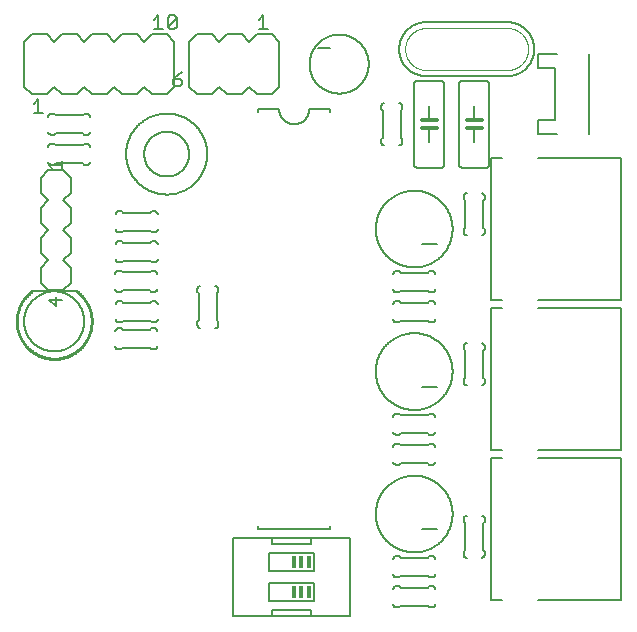
<source format=gto>
G75*
%MOIN*%
%OFA0B0*%
%FSLAX25Y25*%
%IPPOS*%
%LPD*%
%AMOC8*
5,1,8,0,0,1.08239X$1,22.5*
%
%ADD10C,0.00800*%
%ADD11C,0.00600*%
%ADD12C,0.00200*%
%ADD13C,0.01200*%
%ADD14C,0.00500*%
%ADD15C,0.01000*%
%ADD16R,0.01500X0.04000*%
D10*
X0084000Y0034600D02*
X0084000Y0035600D01*
X0084000Y0034600D02*
X0108000Y0034600D01*
X0108000Y0035600D01*
X0123205Y0039600D02*
X0123209Y0039914D01*
X0123220Y0040228D01*
X0123240Y0040541D01*
X0123267Y0040854D01*
X0123301Y0041166D01*
X0123343Y0041477D01*
X0123393Y0041787D01*
X0123451Y0042096D01*
X0123516Y0042403D01*
X0123588Y0042709D01*
X0123668Y0043013D01*
X0123756Y0043314D01*
X0123851Y0043614D01*
X0123953Y0043911D01*
X0124062Y0044205D01*
X0124179Y0044496D01*
X0124303Y0044785D01*
X0124433Y0045071D01*
X0124571Y0045353D01*
X0124716Y0045632D01*
X0124867Y0045907D01*
X0125025Y0046178D01*
X0125190Y0046445D01*
X0125361Y0046709D01*
X0125539Y0046967D01*
X0125723Y0047222D01*
X0125913Y0047472D01*
X0126109Y0047717D01*
X0126312Y0047957D01*
X0126520Y0048193D01*
X0126733Y0048423D01*
X0126953Y0048647D01*
X0127177Y0048867D01*
X0127407Y0049080D01*
X0127643Y0049288D01*
X0127883Y0049491D01*
X0128128Y0049687D01*
X0128378Y0049877D01*
X0128633Y0050061D01*
X0128891Y0050239D01*
X0129155Y0050410D01*
X0129422Y0050575D01*
X0129693Y0050733D01*
X0129968Y0050884D01*
X0130247Y0051029D01*
X0130529Y0051167D01*
X0130815Y0051297D01*
X0131104Y0051421D01*
X0131395Y0051538D01*
X0131689Y0051647D01*
X0131986Y0051749D01*
X0132286Y0051844D01*
X0132587Y0051932D01*
X0132891Y0052012D01*
X0133197Y0052084D01*
X0133504Y0052149D01*
X0133813Y0052207D01*
X0134123Y0052257D01*
X0134434Y0052299D01*
X0134746Y0052333D01*
X0135059Y0052360D01*
X0135372Y0052380D01*
X0135686Y0052391D01*
X0136000Y0052395D01*
X0136314Y0052391D01*
X0136628Y0052380D01*
X0136941Y0052360D01*
X0137254Y0052333D01*
X0137566Y0052299D01*
X0137877Y0052257D01*
X0138187Y0052207D01*
X0138496Y0052149D01*
X0138803Y0052084D01*
X0139109Y0052012D01*
X0139413Y0051932D01*
X0139714Y0051844D01*
X0140014Y0051749D01*
X0140311Y0051647D01*
X0140605Y0051538D01*
X0140896Y0051421D01*
X0141185Y0051297D01*
X0141471Y0051167D01*
X0141753Y0051029D01*
X0142032Y0050884D01*
X0142307Y0050733D01*
X0142578Y0050575D01*
X0142845Y0050410D01*
X0143109Y0050239D01*
X0143367Y0050061D01*
X0143622Y0049877D01*
X0143872Y0049687D01*
X0144117Y0049491D01*
X0144357Y0049288D01*
X0144593Y0049080D01*
X0144823Y0048867D01*
X0145047Y0048647D01*
X0145267Y0048423D01*
X0145480Y0048193D01*
X0145688Y0047957D01*
X0145891Y0047717D01*
X0146087Y0047472D01*
X0146277Y0047222D01*
X0146461Y0046967D01*
X0146639Y0046709D01*
X0146810Y0046445D01*
X0146975Y0046178D01*
X0147133Y0045907D01*
X0147284Y0045632D01*
X0147429Y0045353D01*
X0147567Y0045071D01*
X0147697Y0044785D01*
X0147821Y0044496D01*
X0147938Y0044205D01*
X0148047Y0043911D01*
X0148149Y0043614D01*
X0148244Y0043314D01*
X0148332Y0043013D01*
X0148412Y0042709D01*
X0148484Y0042403D01*
X0148549Y0042096D01*
X0148607Y0041787D01*
X0148657Y0041477D01*
X0148699Y0041166D01*
X0148733Y0040854D01*
X0148760Y0040541D01*
X0148780Y0040228D01*
X0148791Y0039914D01*
X0148795Y0039600D01*
X0148791Y0039286D01*
X0148780Y0038972D01*
X0148760Y0038659D01*
X0148733Y0038346D01*
X0148699Y0038034D01*
X0148657Y0037723D01*
X0148607Y0037413D01*
X0148549Y0037104D01*
X0148484Y0036797D01*
X0148412Y0036491D01*
X0148332Y0036187D01*
X0148244Y0035886D01*
X0148149Y0035586D01*
X0148047Y0035289D01*
X0147938Y0034995D01*
X0147821Y0034704D01*
X0147697Y0034415D01*
X0147567Y0034129D01*
X0147429Y0033847D01*
X0147284Y0033568D01*
X0147133Y0033293D01*
X0146975Y0033022D01*
X0146810Y0032755D01*
X0146639Y0032491D01*
X0146461Y0032233D01*
X0146277Y0031978D01*
X0146087Y0031728D01*
X0145891Y0031483D01*
X0145688Y0031243D01*
X0145480Y0031007D01*
X0145267Y0030777D01*
X0145047Y0030553D01*
X0144823Y0030333D01*
X0144593Y0030120D01*
X0144357Y0029912D01*
X0144117Y0029709D01*
X0143872Y0029513D01*
X0143622Y0029323D01*
X0143367Y0029139D01*
X0143109Y0028961D01*
X0142845Y0028790D01*
X0142578Y0028625D01*
X0142307Y0028467D01*
X0142032Y0028316D01*
X0141753Y0028171D01*
X0141471Y0028033D01*
X0141185Y0027903D01*
X0140896Y0027779D01*
X0140605Y0027662D01*
X0140311Y0027553D01*
X0140014Y0027451D01*
X0139714Y0027356D01*
X0139413Y0027268D01*
X0139109Y0027188D01*
X0138803Y0027116D01*
X0138496Y0027051D01*
X0138187Y0026993D01*
X0137877Y0026943D01*
X0137566Y0026901D01*
X0137254Y0026867D01*
X0136941Y0026840D01*
X0136628Y0026820D01*
X0136314Y0026809D01*
X0136000Y0026805D01*
X0135686Y0026809D01*
X0135372Y0026820D01*
X0135059Y0026840D01*
X0134746Y0026867D01*
X0134434Y0026901D01*
X0134123Y0026943D01*
X0133813Y0026993D01*
X0133504Y0027051D01*
X0133197Y0027116D01*
X0132891Y0027188D01*
X0132587Y0027268D01*
X0132286Y0027356D01*
X0131986Y0027451D01*
X0131689Y0027553D01*
X0131395Y0027662D01*
X0131104Y0027779D01*
X0130815Y0027903D01*
X0130529Y0028033D01*
X0130247Y0028171D01*
X0129968Y0028316D01*
X0129693Y0028467D01*
X0129422Y0028625D01*
X0129155Y0028790D01*
X0128891Y0028961D01*
X0128633Y0029139D01*
X0128378Y0029323D01*
X0128128Y0029513D01*
X0127883Y0029709D01*
X0127643Y0029912D01*
X0127407Y0030120D01*
X0127177Y0030333D01*
X0126953Y0030553D01*
X0126733Y0030777D01*
X0126520Y0031007D01*
X0126312Y0031243D01*
X0126109Y0031483D01*
X0125913Y0031728D01*
X0125723Y0031978D01*
X0125539Y0032233D01*
X0125361Y0032491D01*
X0125190Y0032755D01*
X0125025Y0033022D01*
X0124867Y0033293D01*
X0124716Y0033568D01*
X0124571Y0033847D01*
X0124433Y0034129D01*
X0124303Y0034415D01*
X0124179Y0034704D01*
X0124062Y0034995D01*
X0123953Y0035289D01*
X0123851Y0035586D01*
X0123756Y0035886D01*
X0123668Y0036187D01*
X0123588Y0036491D01*
X0123516Y0036797D01*
X0123451Y0037104D01*
X0123393Y0037413D01*
X0123343Y0037723D01*
X0123301Y0038034D01*
X0123267Y0038346D01*
X0123240Y0038659D01*
X0123220Y0038972D01*
X0123209Y0039286D01*
X0123205Y0039600D01*
X0138500Y0034600D02*
X0143500Y0034600D01*
X0161472Y0010978D02*
X0165409Y0010978D01*
X0161472Y0010978D02*
X0161472Y0058222D01*
X0165409Y0058222D01*
X0165409Y0060978D02*
X0161472Y0060978D01*
X0161472Y0108222D01*
X0165409Y0108222D01*
X0165409Y0110978D02*
X0161472Y0110978D01*
X0161472Y0158222D01*
X0165409Y0158222D01*
X0177220Y0158222D02*
X0204780Y0158222D01*
X0204780Y0110978D01*
X0177220Y0110978D01*
X0177220Y0108222D02*
X0204780Y0108222D01*
X0204780Y0060978D01*
X0177220Y0060978D01*
X0177220Y0058222D02*
X0204780Y0058222D01*
X0204780Y0010978D01*
X0177220Y0010978D01*
X0143500Y0082100D02*
X0138500Y0082100D01*
X0123205Y0087100D02*
X0123209Y0087414D01*
X0123220Y0087728D01*
X0123240Y0088041D01*
X0123267Y0088354D01*
X0123301Y0088666D01*
X0123343Y0088977D01*
X0123393Y0089287D01*
X0123451Y0089596D01*
X0123516Y0089903D01*
X0123588Y0090209D01*
X0123668Y0090513D01*
X0123756Y0090814D01*
X0123851Y0091114D01*
X0123953Y0091411D01*
X0124062Y0091705D01*
X0124179Y0091996D01*
X0124303Y0092285D01*
X0124433Y0092571D01*
X0124571Y0092853D01*
X0124716Y0093132D01*
X0124867Y0093407D01*
X0125025Y0093678D01*
X0125190Y0093945D01*
X0125361Y0094209D01*
X0125539Y0094467D01*
X0125723Y0094722D01*
X0125913Y0094972D01*
X0126109Y0095217D01*
X0126312Y0095457D01*
X0126520Y0095693D01*
X0126733Y0095923D01*
X0126953Y0096147D01*
X0127177Y0096367D01*
X0127407Y0096580D01*
X0127643Y0096788D01*
X0127883Y0096991D01*
X0128128Y0097187D01*
X0128378Y0097377D01*
X0128633Y0097561D01*
X0128891Y0097739D01*
X0129155Y0097910D01*
X0129422Y0098075D01*
X0129693Y0098233D01*
X0129968Y0098384D01*
X0130247Y0098529D01*
X0130529Y0098667D01*
X0130815Y0098797D01*
X0131104Y0098921D01*
X0131395Y0099038D01*
X0131689Y0099147D01*
X0131986Y0099249D01*
X0132286Y0099344D01*
X0132587Y0099432D01*
X0132891Y0099512D01*
X0133197Y0099584D01*
X0133504Y0099649D01*
X0133813Y0099707D01*
X0134123Y0099757D01*
X0134434Y0099799D01*
X0134746Y0099833D01*
X0135059Y0099860D01*
X0135372Y0099880D01*
X0135686Y0099891D01*
X0136000Y0099895D01*
X0136314Y0099891D01*
X0136628Y0099880D01*
X0136941Y0099860D01*
X0137254Y0099833D01*
X0137566Y0099799D01*
X0137877Y0099757D01*
X0138187Y0099707D01*
X0138496Y0099649D01*
X0138803Y0099584D01*
X0139109Y0099512D01*
X0139413Y0099432D01*
X0139714Y0099344D01*
X0140014Y0099249D01*
X0140311Y0099147D01*
X0140605Y0099038D01*
X0140896Y0098921D01*
X0141185Y0098797D01*
X0141471Y0098667D01*
X0141753Y0098529D01*
X0142032Y0098384D01*
X0142307Y0098233D01*
X0142578Y0098075D01*
X0142845Y0097910D01*
X0143109Y0097739D01*
X0143367Y0097561D01*
X0143622Y0097377D01*
X0143872Y0097187D01*
X0144117Y0096991D01*
X0144357Y0096788D01*
X0144593Y0096580D01*
X0144823Y0096367D01*
X0145047Y0096147D01*
X0145267Y0095923D01*
X0145480Y0095693D01*
X0145688Y0095457D01*
X0145891Y0095217D01*
X0146087Y0094972D01*
X0146277Y0094722D01*
X0146461Y0094467D01*
X0146639Y0094209D01*
X0146810Y0093945D01*
X0146975Y0093678D01*
X0147133Y0093407D01*
X0147284Y0093132D01*
X0147429Y0092853D01*
X0147567Y0092571D01*
X0147697Y0092285D01*
X0147821Y0091996D01*
X0147938Y0091705D01*
X0148047Y0091411D01*
X0148149Y0091114D01*
X0148244Y0090814D01*
X0148332Y0090513D01*
X0148412Y0090209D01*
X0148484Y0089903D01*
X0148549Y0089596D01*
X0148607Y0089287D01*
X0148657Y0088977D01*
X0148699Y0088666D01*
X0148733Y0088354D01*
X0148760Y0088041D01*
X0148780Y0087728D01*
X0148791Y0087414D01*
X0148795Y0087100D01*
X0148791Y0086786D01*
X0148780Y0086472D01*
X0148760Y0086159D01*
X0148733Y0085846D01*
X0148699Y0085534D01*
X0148657Y0085223D01*
X0148607Y0084913D01*
X0148549Y0084604D01*
X0148484Y0084297D01*
X0148412Y0083991D01*
X0148332Y0083687D01*
X0148244Y0083386D01*
X0148149Y0083086D01*
X0148047Y0082789D01*
X0147938Y0082495D01*
X0147821Y0082204D01*
X0147697Y0081915D01*
X0147567Y0081629D01*
X0147429Y0081347D01*
X0147284Y0081068D01*
X0147133Y0080793D01*
X0146975Y0080522D01*
X0146810Y0080255D01*
X0146639Y0079991D01*
X0146461Y0079733D01*
X0146277Y0079478D01*
X0146087Y0079228D01*
X0145891Y0078983D01*
X0145688Y0078743D01*
X0145480Y0078507D01*
X0145267Y0078277D01*
X0145047Y0078053D01*
X0144823Y0077833D01*
X0144593Y0077620D01*
X0144357Y0077412D01*
X0144117Y0077209D01*
X0143872Y0077013D01*
X0143622Y0076823D01*
X0143367Y0076639D01*
X0143109Y0076461D01*
X0142845Y0076290D01*
X0142578Y0076125D01*
X0142307Y0075967D01*
X0142032Y0075816D01*
X0141753Y0075671D01*
X0141471Y0075533D01*
X0141185Y0075403D01*
X0140896Y0075279D01*
X0140605Y0075162D01*
X0140311Y0075053D01*
X0140014Y0074951D01*
X0139714Y0074856D01*
X0139413Y0074768D01*
X0139109Y0074688D01*
X0138803Y0074616D01*
X0138496Y0074551D01*
X0138187Y0074493D01*
X0137877Y0074443D01*
X0137566Y0074401D01*
X0137254Y0074367D01*
X0136941Y0074340D01*
X0136628Y0074320D01*
X0136314Y0074309D01*
X0136000Y0074305D01*
X0135686Y0074309D01*
X0135372Y0074320D01*
X0135059Y0074340D01*
X0134746Y0074367D01*
X0134434Y0074401D01*
X0134123Y0074443D01*
X0133813Y0074493D01*
X0133504Y0074551D01*
X0133197Y0074616D01*
X0132891Y0074688D01*
X0132587Y0074768D01*
X0132286Y0074856D01*
X0131986Y0074951D01*
X0131689Y0075053D01*
X0131395Y0075162D01*
X0131104Y0075279D01*
X0130815Y0075403D01*
X0130529Y0075533D01*
X0130247Y0075671D01*
X0129968Y0075816D01*
X0129693Y0075967D01*
X0129422Y0076125D01*
X0129155Y0076290D01*
X0128891Y0076461D01*
X0128633Y0076639D01*
X0128378Y0076823D01*
X0128128Y0077013D01*
X0127883Y0077209D01*
X0127643Y0077412D01*
X0127407Y0077620D01*
X0127177Y0077833D01*
X0126953Y0078053D01*
X0126733Y0078277D01*
X0126520Y0078507D01*
X0126312Y0078743D01*
X0126109Y0078983D01*
X0125913Y0079228D01*
X0125723Y0079478D01*
X0125539Y0079733D01*
X0125361Y0079991D01*
X0125190Y0080255D01*
X0125025Y0080522D01*
X0124867Y0080793D01*
X0124716Y0081068D01*
X0124571Y0081347D01*
X0124433Y0081629D01*
X0124303Y0081915D01*
X0124179Y0082204D01*
X0124062Y0082495D01*
X0123953Y0082789D01*
X0123851Y0083086D01*
X0123756Y0083386D01*
X0123668Y0083687D01*
X0123588Y0083991D01*
X0123516Y0084297D01*
X0123451Y0084604D01*
X0123393Y0084913D01*
X0123343Y0085223D01*
X0123301Y0085534D01*
X0123267Y0085846D01*
X0123240Y0086159D01*
X0123220Y0086472D01*
X0123209Y0086786D01*
X0123205Y0087100D01*
X0138500Y0129600D02*
X0143500Y0129600D01*
X0123205Y0134600D02*
X0123209Y0134914D01*
X0123220Y0135228D01*
X0123240Y0135541D01*
X0123267Y0135854D01*
X0123301Y0136166D01*
X0123343Y0136477D01*
X0123393Y0136787D01*
X0123451Y0137096D01*
X0123516Y0137403D01*
X0123588Y0137709D01*
X0123668Y0138013D01*
X0123756Y0138314D01*
X0123851Y0138614D01*
X0123953Y0138911D01*
X0124062Y0139205D01*
X0124179Y0139496D01*
X0124303Y0139785D01*
X0124433Y0140071D01*
X0124571Y0140353D01*
X0124716Y0140632D01*
X0124867Y0140907D01*
X0125025Y0141178D01*
X0125190Y0141445D01*
X0125361Y0141709D01*
X0125539Y0141967D01*
X0125723Y0142222D01*
X0125913Y0142472D01*
X0126109Y0142717D01*
X0126312Y0142957D01*
X0126520Y0143193D01*
X0126733Y0143423D01*
X0126953Y0143647D01*
X0127177Y0143867D01*
X0127407Y0144080D01*
X0127643Y0144288D01*
X0127883Y0144491D01*
X0128128Y0144687D01*
X0128378Y0144877D01*
X0128633Y0145061D01*
X0128891Y0145239D01*
X0129155Y0145410D01*
X0129422Y0145575D01*
X0129693Y0145733D01*
X0129968Y0145884D01*
X0130247Y0146029D01*
X0130529Y0146167D01*
X0130815Y0146297D01*
X0131104Y0146421D01*
X0131395Y0146538D01*
X0131689Y0146647D01*
X0131986Y0146749D01*
X0132286Y0146844D01*
X0132587Y0146932D01*
X0132891Y0147012D01*
X0133197Y0147084D01*
X0133504Y0147149D01*
X0133813Y0147207D01*
X0134123Y0147257D01*
X0134434Y0147299D01*
X0134746Y0147333D01*
X0135059Y0147360D01*
X0135372Y0147380D01*
X0135686Y0147391D01*
X0136000Y0147395D01*
X0136314Y0147391D01*
X0136628Y0147380D01*
X0136941Y0147360D01*
X0137254Y0147333D01*
X0137566Y0147299D01*
X0137877Y0147257D01*
X0138187Y0147207D01*
X0138496Y0147149D01*
X0138803Y0147084D01*
X0139109Y0147012D01*
X0139413Y0146932D01*
X0139714Y0146844D01*
X0140014Y0146749D01*
X0140311Y0146647D01*
X0140605Y0146538D01*
X0140896Y0146421D01*
X0141185Y0146297D01*
X0141471Y0146167D01*
X0141753Y0146029D01*
X0142032Y0145884D01*
X0142307Y0145733D01*
X0142578Y0145575D01*
X0142845Y0145410D01*
X0143109Y0145239D01*
X0143367Y0145061D01*
X0143622Y0144877D01*
X0143872Y0144687D01*
X0144117Y0144491D01*
X0144357Y0144288D01*
X0144593Y0144080D01*
X0144823Y0143867D01*
X0145047Y0143647D01*
X0145267Y0143423D01*
X0145480Y0143193D01*
X0145688Y0142957D01*
X0145891Y0142717D01*
X0146087Y0142472D01*
X0146277Y0142222D01*
X0146461Y0141967D01*
X0146639Y0141709D01*
X0146810Y0141445D01*
X0146975Y0141178D01*
X0147133Y0140907D01*
X0147284Y0140632D01*
X0147429Y0140353D01*
X0147567Y0140071D01*
X0147697Y0139785D01*
X0147821Y0139496D01*
X0147938Y0139205D01*
X0148047Y0138911D01*
X0148149Y0138614D01*
X0148244Y0138314D01*
X0148332Y0138013D01*
X0148412Y0137709D01*
X0148484Y0137403D01*
X0148549Y0137096D01*
X0148607Y0136787D01*
X0148657Y0136477D01*
X0148699Y0136166D01*
X0148733Y0135854D01*
X0148760Y0135541D01*
X0148780Y0135228D01*
X0148791Y0134914D01*
X0148795Y0134600D01*
X0148791Y0134286D01*
X0148780Y0133972D01*
X0148760Y0133659D01*
X0148733Y0133346D01*
X0148699Y0133034D01*
X0148657Y0132723D01*
X0148607Y0132413D01*
X0148549Y0132104D01*
X0148484Y0131797D01*
X0148412Y0131491D01*
X0148332Y0131187D01*
X0148244Y0130886D01*
X0148149Y0130586D01*
X0148047Y0130289D01*
X0147938Y0129995D01*
X0147821Y0129704D01*
X0147697Y0129415D01*
X0147567Y0129129D01*
X0147429Y0128847D01*
X0147284Y0128568D01*
X0147133Y0128293D01*
X0146975Y0128022D01*
X0146810Y0127755D01*
X0146639Y0127491D01*
X0146461Y0127233D01*
X0146277Y0126978D01*
X0146087Y0126728D01*
X0145891Y0126483D01*
X0145688Y0126243D01*
X0145480Y0126007D01*
X0145267Y0125777D01*
X0145047Y0125553D01*
X0144823Y0125333D01*
X0144593Y0125120D01*
X0144357Y0124912D01*
X0144117Y0124709D01*
X0143872Y0124513D01*
X0143622Y0124323D01*
X0143367Y0124139D01*
X0143109Y0123961D01*
X0142845Y0123790D01*
X0142578Y0123625D01*
X0142307Y0123467D01*
X0142032Y0123316D01*
X0141753Y0123171D01*
X0141471Y0123033D01*
X0141185Y0122903D01*
X0140896Y0122779D01*
X0140605Y0122662D01*
X0140311Y0122553D01*
X0140014Y0122451D01*
X0139714Y0122356D01*
X0139413Y0122268D01*
X0139109Y0122188D01*
X0138803Y0122116D01*
X0138496Y0122051D01*
X0138187Y0121993D01*
X0137877Y0121943D01*
X0137566Y0121901D01*
X0137254Y0121867D01*
X0136941Y0121840D01*
X0136628Y0121820D01*
X0136314Y0121809D01*
X0136000Y0121805D01*
X0135686Y0121809D01*
X0135372Y0121820D01*
X0135059Y0121840D01*
X0134746Y0121867D01*
X0134434Y0121901D01*
X0134123Y0121943D01*
X0133813Y0121993D01*
X0133504Y0122051D01*
X0133197Y0122116D01*
X0132891Y0122188D01*
X0132587Y0122268D01*
X0132286Y0122356D01*
X0131986Y0122451D01*
X0131689Y0122553D01*
X0131395Y0122662D01*
X0131104Y0122779D01*
X0130815Y0122903D01*
X0130529Y0123033D01*
X0130247Y0123171D01*
X0129968Y0123316D01*
X0129693Y0123467D01*
X0129422Y0123625D01*
X0129155Y0123790D01*
X0128891Y0123961D01*
X0128633Y0124139D01*
X0128378Y0124323D01*
X0128128Y0124513D01*
X0127883Y0124709D01*
X0127643Y0124912D01*
X0127407Y0125120D01*
X0127177Y0125333D01*
X0126953Y0125553D01*
X0126733Y0125777D01*
X0126520Y0126007D01*
X0126312Y0126243D01*
X0126109Y0126483D01*
X0125913Y0126728D01*
X0125723Y0126978D01*
X0125539Y0127233D01*
X0125361Y0127491D01*
X0125190Y0127755D01*
X0125025Y0128022D01*
X0124867Y0128293D01*
X0124716Y0128568D01*
X0124571Y0128847D01*
X0124433Y0129129D01*
X0124303Y0129415D01*
X0124179Y0129704D01*
X0124062Y0129995D01*
X0123953Y0130289D01*
X0123851Y0130586D01*
X0123756Y0130886D01*
X0123668Y0131187D01*
X0123588Y0131491D01*
X0123516Y0131797D01*
X0123451Y0132104D01*
X0123393Y0132413D01*
X0123343Y0132723D01*
X0123301Y0133034D01*
X0123267Y0133346D01*
X0123240Y0133659D01*
X0123220Y0133972D01*
X0123209Y0134286D01*
X0123205Y0134600D01*
X0108000Y0173600D02*
X0108000Y0174600D01*
X0101000Y0174600D01*
X0100998Y0174460D01*
X0100992Y0174320D01*
X0100982Y0174180D01*
X0100969Y0174040D01*
X0100951Y0173901D01*
X0100929Y0173762D01*
X0100904Y0173625D01*
X0100875Y0173487D01*
X0100842Y0173351D01*
X0100805Y0173216D01*
X0100764Y0173082D01*
X0100719Y0172949D01*
X0100671Y0172817D01*
X0100619Y0172687D01*
X0100564Y0172558D01*
X0100505Y0172431D01*
X0100442Y0172305D01*
X0100376Y0172181D01*
X0100307Y0172060D01*
X0100234Y0171940D01*
X0100157Y0171822D01*
X0100078Y0171707D01*
X0099995Y0171593D01*
X0099909Y0171483D01*
X0099820Y0171374D01*
X0099728Y0171268D01*
X0099633Y0171165D01*
X0099536Y0171064D01*
X0099435Y0170967D01*
X0099332Y0170872D01*
X0099226Y0170780D01*
X0099117Y0170691D01*
X0099007Y0170605D01*
X0098893Y0170522D01*
X0098778Y0170443D01*
X0098660Y0170366D01*
X0098540Y0170293D01*
X0098419Y0170224D01*
X0098295Y0170158D01*
X0098169Y0170095D01*
X0098042Y0170036D01*
X0097913Y0169981D01*
X0097783Y0169929D01*
X0097651Y0169881D01*
X0097518Y0169836D01*
X0097384Y0169795D01*
X0097249Y0169758D01*
X0097113Y0169725D01*
X0096975Y0169696D01*
X0096838Y0169671D01*
X0096699Y0169649D01*
X0096560Y0169631D01*
X0096420Y0169618D01*
X0096280Y0169608D01*
X0096140Y0169602D01*
X0096000Y0169600D01*
X0095860Y0169602D01*
X0095720Y0169608D01*
X0095580Y0169618D01*
X0095440Y0169631D01*
X0095301Y0169649D01*
X0095162Y0169671D01*
X0095025Y0169696D01*
X0094887Y0169725D01*
X0094751Y0169758D01*
X0094616Y0169795D01*
X0094482Y0169836D01*
X0094349Y0169881D01*
X0094217Y0169929D01*
X0094087Y0169981D01*
X0093958Y0170036D01*
X0093831Y0170095D01*
X0093705Y0170158D01*
X0093581Y0170224D01*
X0093460Y0170293D01*
X0093340Y0170366D01*
X0093222Y0170443D01*
X0093107Y0170522D01*
X0092993Y0170605D01*
X0092883Y0170691D01*
X0092774Y0170780D01*
X0092668Y0170872D01*
X0092565Y0170967D01*
X0092464Y0171064D01*
X0092367Y0171165D01*
X0092272Y0171268D01*
X0092180Y0171374D01*
X0092091Y0171483D01*
X0092005Y0171593D01*
X0091922Y0171707D01*
X0091843Y0171822D01*
X0091766Y0171940D01*
X0091693Y0172060D01*
X0091624Y0172181D01*
X0091558Y0172305D01*
X0091495Y0172431D01*
X0091436Y0172558D01*
X0091381Y0172687D01*
X0091329Y0172817D01*
X0091281Y0172949D01*
X0091236Y0173082D01*
X0091195Y0173216D01*
X0091158Y0173351D01*
X0091125Y0173487D01*
X0091096Y0173625D01*
X0091071Y0173762D01*
X0091049Y0173901D01*
X0091031Y0174040D01*
X0091018Y0174180D01*
X0091008Y0174320D01*
X0091002Y0174460D01*
X0091000Y0174600D01*
X0084000Y0174600D01*
X0084000Y0173600D01*
X0104000Y0195100D02*
X0108000Y0195100D01*
X0101157Y0189600D02*
X0101160Y0189842D01*
X0101169Y0190083D01*
X0101184Y0190324D01*
X0101204Y0190565D01*
X0101231Y0190805D01*
X0101264Y0191044D01*
X0101302Y0191283D01*
X0101346Y0191520D01*
X0101396Y0191757D01*
X0101452Y0191992D01*
X0101514Y0192225D01*
X0101581Y0192457D01*
X0101654Y0192688D01*
X0101732Y0192916D01*
X0101817Y0193142D01*
X0101906Y0193367D01*
X0102001Y0193589D01*
X0102102Y0193808D01*
X0102208Y0194026D01*
X0102319Y0194240D01*
X0102436Y0194452D01*
X0102557Y0194660D01*
X0102684Y0194866D01*
X0102816Y0195068D01*
X0102953Y0195268D01*
X0103094Y0195463D01*
X0103240Y0195656D01*
X0103391Y0195844D01*
X0103547Y0196029D01*
X0103707Y0196210D01*
X0103871Y0196387D01*
X0104040Y0196560D01*
X0104213Y0196729D01*
X0104390Y0196893D01*
X0104571Y0197053D01*
X0104756Y0197209D01*
X0104944Y0197360D01*
X0105137Y0197506D01*
X0105332Y0197647D01*
X0105532Y0197784D01*
X0105734Y0197916D01*
X0105940Y0198043D01*
X0106148Y0198164D01*
X0106360Y0198281D01*
X0106574Y0198392D01*
X0106792Y0198498D01*
X0107011Y0198599D01*
X0107233Y0198694D01*
X0107458Y0198783D01*
X0107684Y0198868D01*
X0107912Y0198946D01*
X0108143Y0199019D01*
X0108375Y0199086D01*
X0108608Y0199148D01*
X0108843Y0199204D01*
X0109080Y0199254D01*
X0109317Y0199298D01*
X0109556Y0199336D01*
X0109795Y0199369D01*
X0110035Y0199396D01*
X0110276Y0199416D01*
X0110517Y0199431D01*
X0110758Y0199440D01*
X0111000Y0199443D01*
X0111242Y0199440D01*
X0111483Y0199431D01*
X0111724Y0199416D01*
X0111965Y0199396D01*
X0112205Y0199369D01*
X0112444Y0199336D01*
X0112683Y0199298D01*
X0112920Y0199254D01*
X0113157Y0199204D01*
X0113392Y0199148D01*
X0113625Y0199086D01*
X0113857Y0199019D01*
X0114088Y0198946D01*
X0114316Y0198868D01*
X0114542Y0198783D01*
X0114767Y0198694D01*
X0114989Y0198599D01*
X0115208Y0198498D01*
X0115426Y0198392D01*
X0115640Y0198281D01*
X0115852Y0198164D01*
X0116060Y0198043D01*
X0116266Y0197916D01*
X0116468Y0197784D01*
X0116668Y0197647D01*
X0116863Y0197506D01*
X0117056Y0197360D01*
X0117244Y0197209D01*
X0117429Y0197053D01*
X0117610Y0196893D01*
X0117787Y0196729D01*
X0117960Y0196560D01*
X0118129Y0196387D01*
X0118293Y0196210D01*
X0118453Y0196029D01*
X0118609Y0195844D01*
X0118760Y0195656D01*
X0118906Y0195463D01*
X0119047Y0195268D01*
X0119184Y0195068D01*
X0119316Y0194866D01*
X0119443Y0194660D01*
X0119564Y0194452D01*
X0119681Y0194240D01*
X0119792Y0194026D01*
X0119898Y0193808D01*
X0119999Y0193589D01*
X0120094Y0193367D01*
X0120183Y0193142D01*
X0120268Y0192916D01*
X0120346Y0192688D01*
X0120419Y0192457D01*
X0120486Y0192225D01*
X0120548Y0191992D01*
X0120604Y0191757D01*
X0120654Y0191520D01*
X0120698Y0191283D01*
X0120736Y0191044D01*
X0120769Y0190805D01*
X0120796Y0190565D01*
X0120816Y0190324D01*
X0120831Y0190083D01*
X0120840Y0189842D01*
X0120843Y0189600D01*
X0120840Y0189358D01*
X0120831Y0189117D01*
X0120816Y0188876D01*
X0120796Y0188635D01*
X0120769Y0188395D01*
X0120736Y0188156D01*
X0120698Y0187917D01*
X0120654Y0187680D01*
X0120604Y0187443D01*
X0120548Y0187208D01*
X0120486Y0186975D01*
X0120419Y0186743D01*
X0120346Y0186512D01*
X0120268Y0186284D01*
X0120183Y0186058D01*
X0120094Y0185833D01*
X0119999Y0185611D01*
X0119898Y0185392D01*
X0119792Y0185174D01*
X0119681Y0184960D01*
X0119564Y0184748D01*
X0119443Y0184540D01*
X0119316Y0184334D01*
X0119184Y0184132D01*
X0119047Y0183932D01*
X0118906Y0183737D01*
X0118760Y0183544D01*
X0118609Y0183356D01*
X0118453Y0183171D01*
X0118293Y0182990D01*
X0118129Y0182813D01*
X0117960Y0182640D01*
X0117787Y0182471D01*
X0117610Y0182307D01*
X0117429Y0182147D01*
X0117244Y0181991D01*
X0117056Y0181840D01*
X0116863Y0181694D01*
X0116668Y0181553D01*
X0116468Y0181416D01*
X0116266Y0181284D01*
X0116060Y0181157D01*
X0115852Y0181036D01*
X0115640Y0180919D01*
X0115426Y0180808D01*
X0115208Y0180702D01*
X0114989Y0180601D01*
X0114767Y0180506D01*
X0114542Y0180417D01*
X0114316Y0180332D01*
X0114088Y0180254D01*
X0113857Y0180181D01*
X0113625Y0180114D01*
X0113392Y0180052D01*
X0113157Y0179996D01*
X0112920Y0179946D01*
X0112683Y0179902D01*
X0112444Y0179864D01*
X0112205Y0179831D01*
X0111965Y0179804D01*
X0111724Y0179784D01*
X0111483Y0179769D01*
X0111242Y0179760D01*
X0111000Y0179757D01*
X0110758Y0179760D01*
X0110517Y0179769D01*
X0110276Y0179784D01*
X0110035Y0179804D01*
X0109795Y0179831D01*
X0109556Y0179864D01*
X0109317Y0179902D01*
X0109080Y0179946D01*
X0108843Y0179996D01*
X0108608Y0180052D01*
X0108375Y0180114D01*
X0108143Y0180181D01*
X0107912Y0180254D01*
X0107684Y0180332D01*
X0107458Y0180417D01*
X0107233Y0180506D01*
X0107011Y0180601D01*
X0106792Y0180702D01*
X0106574Y0180808D01*
X0106360Y0180919D01*
X0106148Y0181036D01*
X0105940Y0181157D01*
X0105734Y0181284D01*
X0105532Y0181416D01*
X0105332Y0181553D01*
X0105137Y0181694D01*
X0104944Y0181840D01*
X0104756Y0181991D01*
X0104571Y0182147D01*
X0104390Y0182307D01*
X0104213Y0182471D01*
X0104040Y0182640D01*
X0103871Y0182813D01*
X0103707Y0182990D01*
X0103547Y0183171D01*
X0103391Y0183356D01*
X0103240Y0183544D01*
X0103094Y0183737D01*
X0102953Y0183932D01*
X0102816Y0184132D01*
X0102684Y0184334D01*
X0102557Y0184540D01*
X0102436Y0184748D01*
X0102319Y0184960D01*
X0102208Y0185174D01*
X0102102Y0185392D01*
X0102001Y0185611D01*
X0101906Y0185833D01*
X0101817Y0186058D01*
X0101732Y0186284D01*
X0101654Y0186512D01*
X0101581Y0186743D01*
X0101514Y0186975D01*
X0101452Y0187208D01*
X0101396Y0187443D01*
X0101346Y0187680D01*
X0101302Y0187917D01*
X0101264Y0188156D01*
X0101231Y0188395D01*
X0101204Y0188635D01*
X0101184Y0188876D01*
X0101169Y0189117D01*
X0101160Y0189358D01*
X0101157Y0189600D01*
X0046020Y0159600D02*
X0046022Y0159784D01*
X0046029Y0159967D01*
X0046040Y0160150D01*
X0046056Y0160333D01*
X0046076Y0160516D01*
X0046101Y0160698D01*
X0046130Y0160879D01*
X0046164Y0161059D01*
X0046202Y0161239D01*
X0046244Y0161417D01*
X0046291Y0161595D01*
X0046342Y0161771D01*
X0046398Y0161946D01*
X0046457Y0162120D01*
X0046521Y0162292D01*
X0046589Y0162462D01*
X0046662Y0162631D01*
X0046738Y0162798D01*
X0046819Y0162963D01*
X0046903Y0163126D01*
X0046992Y0163287D01*
X0047084Y0163445D01*
X0047180Y0163602D01*
X0047281Y0163756D01*
X0047384Y0163907D01*
X0047492Y0164056D01*
X0047603Y0164202D01*
X0047718Y0164345D01*
X0047836Y0164486D01*
X0047958Y0164623D01*
X0048083Y0164758D01*
X0048211Y0164889D01*
X0048342Y0165017D01*
X0048477Y0165142D01*
X0048614Y0165264D01*
X0048755Y0165382D01*
X0048898Y0165497D01*
X0049044Y0165608D01*
X0049193Y0165716D01*
X0049344Y0165819D01*
X0049498Y0165920D01*
X0049655Y0166016D01*
X0049813Y0166108D01*
X0049974Y0166197D01*
X0050137Y0166281D01*
X0050302Y0166362D01*
X0050469Y0166438D01*
X0050638Y0166511D01*
X0050808Y0166579D01*
X0050980Y0166643D01*
X0051154Y0166702D01*
X0051329Y0166758D01*
X0051505Y0166809D01*
X0051683Y0166856D01*
X0051861Y0166898D01*
X0052041Y0166936D01*
X0052221Y0166970D01*
X0052402Y0166999D01*
X0052584Y0167024D01*
X0052767Y0167044D01*
X0052950Y0167060D01*
X0053133Y0167071D01*
X0053316Y0167078D01*
X0053500Y0167080D01*
X0053684Y0167078D01*
X0053867Y0167071D01*
X0054050Y0167060D01*
X0054233Y0167044D01*
X0054416Y0167024D01*
X0054598Y0166999D01*
X0054779Y0166970D01*
X0054959Y0166936D01*
X0055139Y0166898D01*
X0055317Y0166856D01*
X0055495Y0166809D01*
X0055671Y0166758D01*
X0055846Y0166702D01*
X0056020Y0166643D01*
X0056192Y0166579D01*
X0056362Y0166511D01*
X0056531Y0166438D01*
X0056698Y0166362D01*
X0056863Y0166281D01*
X0057026Y0166197D01*
X0057187Y0166108D01*
X0057345Y0166016D01*
X0057502Y0165920D01*
X0057656Y0165819D01*
X0057807Y0165716D01*
X0057956Y0165608D01*
X0058102Y0165497D01*
X0058245Y0165382D01*
X0058386Y0165264D01*
X0058523Y0165142D01*
X0058658Y0165017D01*
X0058789Y0164889D01*
X0058917Y0164758D01*
X0059042Y0164623D01*
X0059164Y0164486D01*
X0059282Y0164345D01*
X0059397Y0164202D01*
X0059508Y0164056D01*
X0059616Y0163907D01*
X0059719Y0163756D01*
X0059820Y0163602D01*
X0059916Y0163445D01*
X0060008Y0163287D01*
X0060097Y0163126D01*
X0060181Y0162963D01*
X0060262Y0162798D01*
X0060338Y0162631D01*
X0060411Y0162462D01*
X0060479Y0162292D01*
X0060543Y0162120D01*
X0060602Y0161946D01*
X0060658Y0161771D01*
X0060709Y0161595D01*
X0060756Y0161417D01*
X0060798Y0161239D01*
X0060836Y0161059D01*
X0060870Y0160879D01*
X0060899Y0160698D01*
X0060924Y0160516D01*
X0060944Y0160333D01*
X0060960Y0160150D01*
X0060971Y0159967D01*
X0060978Y0159784D01*
X0060980Y0159600D01*
X0060978Y0159416D01*
X0060971Y0159233D01*
X0060960Y0159050D01*
X0060944Y0158867D01*
X0060924Y0158684D01*
X0060899Y0158502D01*
X0060870Y0158321D01*
X0060836Y0158141D01*
X0060798Y0157961D01*
X0060756Y0157783D01*
X0060709Y0157605D01*
X0060658Y0157429D01*
X0060602Y0157254D01*
X0060543Y0157080D01*
X0060479Y0156908D01*
X0060411Y0156738D01*
X0060338Y0156569D01*
X0060262Y0156402D01*
X0060181Y0156237D01*
X0060097Y0156074D01*
X0060008Y0155913D01*
X0059916Y0155755D01*
X0059820Y0155598D01*
X0059719Y0155444D01*
X0059616Y0155293D01*
X0059508Y0155144D01*
X0059397Y0154998D01*
X0059282Y0154855D01*
X0059164Y0154714D01*
X0059042Y0154577D01*
X0058917Y0154442D01*
X0058789Y0154311D01*
X0058658Y0154183D01*
X0058523Y0154058D01*
X0058386Y0153936D01*
X0058245Y0153818D01*
X0058102Y0153703D01*
X0057956Y0153592D01*
X0057807Y0153484D01*
X0057656Y0153381D01*
X0057502Y0153280D01*
X0057345Y0153184D01*
X0057187Y0153092D01*
X0057026Y0153003D01*
X0056863Y0152919D01*
X0056698Y0152838D01*
X0056531Y0152762D01*
X0056362Y0152689D01*
X0056192Y0152621D01*
X0056020Y0152557D01*
X0055846Y0152498D01*
X0055671Y0152442D01*
X0055495Y0152391D01*
X0055317Y0152344D01*
X0055139Y0152302D01*
X0054959Y0152264D01*
X0054779Y0152230D01*
X0054598Y0152201D01*
X0054416Y0152176D01*
X0054233Y0152156D01*
X0054050Y0152140D01*
X0053867Y0152129D01*
X0053684Y0152122D01*
X0053500Y0152120D01*
X0053316Y0152122D01*
X0053133Y0152129D01*
X0052950Y0152140D01*
X0052767Y0152156D01*
X0052584Y0152176D01*
X0052402Y0152201D01*
X0052221Y0152230D01*
X0052041Y0152264D01*
X0051861Y0152302D01*
X0051683Y0152344D01*
X0051505Y0152391D01*
X0051329Y0152442D01*
X0051154Y0152498D01*
X0050980Y0152557D01*
X0050808Y0152621D01*
X0050638Y0152689D01*
X0050469Y0152762D01*
X0050302Y0152838D01*
X0050137Y0152919D01*
X0049974Y0153003D01*
X0049813Y0153092D01*
X0049655Y0153184D01*
X0049498Y0153280D01*
X0049344Y0153381D01*
X0049193Y0153484D01*
X0049044Y0153592D01*
X0048898Y0153703D01*
X0048755Y0153818D01*
X0048614Y0153936D01*
X0048477Y0154058D01*
X0048342Y0154183D01*
X0048211Y0154311D01*
X0048083Y0154442D01*
X0047958Y0154577D01*
X0047836Y0154714D01*
X0047718Y0154855D01*
X0047603Y0154998D01*
X0047492Y0155144D01*
X0047384Y0155293D01*
X0047281Y0155444D01*
X0047180Y0155598D01*
X0047084Y0155755D01*
X0046992Y0155913D01*
X0046903Y0156074D01*
X0046819Y0156237D01*
X0046738Y0156402D01*
X0046662Y0156569D01*
X0046589Y0156738D01*
X0046521Y0156908D01*
X0046457Y0157080D01*
X0046398Y0157254D01*
X0046342Y0157429D01*
X0046291Y0157605D01*
X0046244Y0157783D01*
X0046202Y0157961D01*
X0046164Y0158141D01*
X0046130Y0158321D01*
X0046101Y0158502D01*
X0046076Y0158684D01*
X0046056Y0158867D01*
X0046040Y0159050D01*
X0046029Y0159233D01*
X0046022Y0159416D01*
X0046020Y0159600D01*
X0023500Y0113840D02*
X0008500Y0113840D01*
X0177280Y0166214D02*
X0177280Y0170939D01*
X0182791Y0170939D01*
X0182791Y0188261D01*
X0177280Y0188261D01*
X0177280Y0192986D01*
X0183579Y0192986D01*
X0194209Y0192986D02*
X0194209Y0166214D01*
X0183579Y0166214D02*
X0177280Y0166214D01*
D11*
X0088680Y0005600D02*
X0075680Y0005600D01*
X0075680Y0031600D01*
X0088680Y0031600D01*
X0101680Y0031600D01*
X0101680Y0029600D01*
X0088680Y0029600D01*
X0088680Y0031600D01*
X0087680Y0026600D02*
X0102680Y0026600D01*
X0102680Y0020600D01*
X0087680Y0020600D01*
X0087680Y0026600D01*
X0087680Y0016600D02*
X0102680Y0016600D01*
X0102680Y0010600D01*
X0087680Y0010600D01*
X0087680Y0016600D01*
X0088680Y0007600D02*
X0088680Y0005600D01*
X0101680Y0005600D01*
X0114680Y0005600D01*
X0114680Y0031600D01*
X0101680Y0031600D01*
X0101680Y0007600D02*
X0088680Y0007600D01*
X0101680Y0007600D02*
X0101680Y0005600D01*
X0130000Y0008600D02*
X0131000Y0008600D01*
X0131500Y0009100D01*
X0140500Y0009100D01*
X0141000Y0008600D01*
X0142000Y0008600D01*
X0142060Y0008602D01*
X0142121Y0008607D01*
X0142180Y0008616D01*
X0142239Y0008629D01*
X0142298Y0008645D01*
X0142355Y0008665D01*
X0142410Y0008688D01*
X0142465Y0008715D01*
X0142517Y0008744D01*
X0142568Y0008777D01*
X0142617Y0008813D01*
X0142663Y0008851D01*
X0142707Y0008893D01*
X0142749Y0008937D01*
X0142787Y0008983D01*
X0142823Y0009032D01*
X0142856Y0009083D01*
X0142885Y0009135D01*
X0142912Y0009190D01*
X0142935Y0009245D01*
X0142955Y0009302D01*
X0142971Y0009361D01*
X0142984Y0009420D01*
X0142993Y0009479D01*
X0142998Y0009540D01*
X0143000Y0009600D01*
X0143000Y0014600D02*
X0142998Y0014660D01*
X0142993Y0014721D01*
X0142984Y0014780D01*
X0142971Y0014839D01*
X0142955Y0014898D01*
X0142935Y0014955D01*
X0142912Y0015010D01*
X0142885Y0015065D01*
X0142856Y0015117D01*
X0142823Y0015168D01*
X0142787Y0015217D01*
X0142749Y0015263D01*
X0142707Y0015307D01*
X0142663Y0015349D01*
X0142617Y0015387D01*
X0142568Y0015423D01*
X0142517Y0015456D01*
X0142465Y0015485D01*
X0142410Y0015512D01*
X0142355Y0015535D01*
X0142298Y0015555D01*
X0142239Y0015571D01*
X0142180Y0015584D01*
X0142121Y0015593D01*
X0142060Y0015598D01*
X0142000Y0015600D01*
X0141000Y0015600D01*
X0140500Y0015100D01*
X0131500Y0015100D01*
X0131000Y0015600D01*
X0130000Y0015600D01*
X0129940Y0015598D01*
X0129879Y0015593D01*
X0129820Y0015584D01*
X0129761Y0015571D01*
X0129702Y0015555D01*
X0129645Y0015535D01*
X0129590Y0015512D01*
X0129535Y0015485D01*
X0129483Y0015456D01*
X0129432Y0015423D01*
X0129383Y0015387D01*
X0129337Y0015349D01*
X0129293Y0015307D01*
X0129251Y0015263D01*
X0129213Y0015217D01*
X0129177Y0015168D01*
X0129144Y0015117D01*
X0129115Y0015065D01*
X0129088Y0015010D01*
X0129065Y0014955D01*
X0129045Y0014898D01*
X0129029Y0014839D01*
X0129016Y0014780D01*
X0129007Y0014721D01*
X0129002Y0014660D01*
X0129000Y0014600D01*
X0130000Y0018600D02*
X0131000Y0018600D01*
X0131500Y0019100D01*
X0140500Y0019100D01*
X0141000Y0018600D01*
X0142000Y0018600D01*
X0142060Y0018602D01*
X0142121Y0018607D01*
X0142180Y0018616D01*
X0142239Y0018629D01*
X0142298Y0018645D01*
X0142355Y0018665D01*
X0142410Y0018688D01*
X0142465Y0018715D01*
X0142517Y0018744D01*
X0142568Y0018777D01*
X0142617Y0018813D01*
X0142663Y0018851D01*
X0142707Y0018893D01*
X0142749Y0018937D01*
X0142787Y0018983D01*
X0142823Y0019032D01*
X0142856Y0019083D01*
X0142885Y0019135D01*
X0142912Y0019190D01*
X0142935Y0019245D01*
X0142955Y0019302D01*
X0142971Y0019361D01*
X0142984Y0019420D01*
X0142993Y0019479D01*
X0142998Y0019540D01*
X0143000Y0019600D01*
X0143000Y0024600D02*
X0142998Y0024660D01*
X0142993Y0024721D01*
X0142984Y0024780D01*
X0142971Y0024839D01*
X0142955Y0024898D01*
X0142935Y0024955D01*
X0142912Y0025010D01*
X0142885Y0025065D01*
X0142856Y0025117D01*
X0142823Y0025168D01*
X0142787Y0025217D01*
X0142749Y0025263D01*
X0142707Y0025307D01*
X0142663Y0025349D01*
X0142617Y0025387D01*
X0142568Y0025423D01*
X0142517Y0025456D01*
X0142465Y0025485D01*
X0142410Y0025512D01*
X0142355Y0025535D01*
X0142298Y0025555D01*
X0142239Y0025571D01*
X0142180Y0025584D01*
X0142121Y0025593D01*
X0142060Y0025598D01*
X0142000Y0025600D01*
X0141000Y0025600D01*
X0140500Y0025100D01*
X0131500Y0025100D01*
X0131000Y0025600D01*
X0130000Y0025600D01*
X0129940Y0025598D01*
X0129879Y0025593D01*
X0129820Y0025584D01*
X0129761Y0025571D01*
X0129702Y0025555D01*
X0129645Y0025535D01*
X0129590Y0025512D01*
X0129535Y0025485D01*
X0129483Y0025456D01*
X0129432Y0025423D01*
X0129383Y0025387D01*
X0129337Y0025349D01*
X0129293Y0025307D01*
X0129251Y0025263D01*
X0129213Y0025217D01*
X0129177Y0025168D01*
X0129144Y0025117D01*
X0129115Y0025065D01*
X0129088Y0025010D01*
X0129065Y0024955D01*
X0129045Y0024898D01*
X0129029Y0024839D01*
X0129016Y0024780D01*
X0129007Y0024721D01*
X0129002Y0024660D01*
X0129000Y0024600D01*
X0129000Y0019600D02*
X0129002Y0019540D01*
X0129007Y0019479D01*
X0129016Y0019420D01*
X0129029Y0019361D01*
X0129045Y0019302D01*
X0129065Y0019245D01*
X0129088Y0019190D01*
X0129115Y0019135D01*
X0129144Y0019083D01*
X0129177Y0019032D01*
X0129213Y0018983D01*
X0129251Y0018937D01*
X0129293Y0018893D01*
X0129337Y0018851D01*
X0129383Y0018813D01*
X0129432Y0018777D01*
X0129483Y0018744D01*
X0129535Y0018715D01*
X0129590Y0018688D01*
X0129645Y0018665D01*
X0129702Y0018645D01*
X0129761Y0018629D01*
X0129820Y0018616D01*
X0129879Y0018607D01*
X0129940Y0018602D01*
X0130000Y0018600D01*
X0129000Y0009600D02*
X0129002Y0009540D01*
X0129007Y0009479D01*
X0129016Y0009420D01*
X0129029Y0009361D01*
X0129045Y0009302D01*
X0129065Y0009245D01*
X0129088Y0009190D01*
X0129115Y0009135D01*
X0129144Y0009083D01*
X0129177Y0009032D01*
X0129213Y0008983D01*
X0129251Y0008937D01*
X0129293Y0008893D01*
X0129337Y0008851D01*
X0129383Y0008813D01*
X0129432Y0008777D01*
X0129483Y0008744D01*
X0129535Y0008715D01*
X0129590Y0008688D01*
X0129645Y0008665D01*
X0129702Y0008645D01*
X0129761Y0008629D01*
X0129820Y0008616D01*
X0129879Y0008607D01*
X0129940Y0008602D01*
X0130000Y0008600D01*
X0152500Y0026100D02*
X0152500Y0027100D01*
X0153000Y0027600D01*
X0153000Y0036600D01*
X0152500Y0037100D01*
X0152500Y0038100D01*
X0152502Y0038160D01*
X0152507Y0038221D01*
X0152516Y0038280D01*
X0152529Y0038339D01*
X0152545Y0038398D01*
X0152565Y0038455D01*
X0152588Y0038510D01*
X0152615Y0038565D01*
X0152644Y0038617D01*
X0152677Y0038668D01*
X0152713Y0038717D01*
X0152751Y0038763D01*
X0152793Y0038807D01*
X0152837Y0038849D01*
X0152883Y0038887D01*
X0152932Y0038923D01*
X0152983Y0038956D01*
X0153035Y0038985D01*
X0153090Y0039012D01*
X0153145Y0039035D01*
X0153202Y0039055D01*
X0153261Y0039071D01*
X0153320Y0039084D01*
X0153379Y0039093D01*
X0153440Y0039098D01*
X0153500Y0039100D01*
X0158500Y0039100D02*
X0158560Y0039098D01*
X0158621Y0039093D01*
X0158680Y0039084D01*
X0158739Y0039071D01*
X0158798Y0039055D01*
X0158855Y0039035D01*
X0158910Y0039012D01*
X0158965Y0038985D01*
X0159017Y0038956D01*
X0159068Y0038923D01*
X0159117Y0038887D01*
X0159163Y0038849D01*
X0159207Y0038807D01*
X0159249Y0038763D01*
X0159287Y0038717D01*
X0159323Y0038668D01*
X0159356Y0038617D01*
X0159385Y0038565D01*
X0159412Y0038510D01*
X0159435Y0038455D01*
X0159455Y0038398D01*
X0159471Y0038339D01*
X0159484Y0038280D01*
X0159493Y0038221D01*
X0159498Y0038160D01*
X0159500Y0038100D01*
X0159500Y0037100D01*
X0159000Y0036600D01*
X0159000Y0027600D01*
X0159500Y0027100D01*
X0159500Y0026100D01*
X0159498Y0026040D01*
X0159493Y0025979D01*
X0159484Y0025920D01*
X0159471Y0025861D01*
X0159455Y0025802D01*
X0159435Y0025745D01*
X0159412Y0025690D01*
X0159385Y0025635D01*
X0159356Y0025583D01*
X0159323Y0025532D01*
X0159287Y0025483D01*
X0159249Y0025437D01*
X0159207Y0025393D01*
X0159163Y0025351D01*
X0159117Y0025313D01*
X0159068Y0025277D01*
X0159017Y0025244D01*
X0158965Y0025215D01*
X0158910Y0025188D01*
X0158855Y0025165D01*
X0158798Y0025145D01*
X0158739Y0025129D01*
X0158680Y0025116D01*
X0158621Y0025107D01*
X0158560Y0025102D01*
X0158500Y0025100D01*
X0153500Y0025100D02*
X0153440Y0025102D01*
X0153379Y0025107D01*
X0153320Y0025116D01*
X0153261Y0025129D01*
X0153202Y0025145D01*
X0153145Y0025165D01*
X0153090Y0025188D01*
X0153035Y0025215D01*
X0152983Y0025244D01*
X0152932Y0025277D01*
X0152883Y0025313D01*
X0152837Y0025351D01*
X0152793Y0025393D01*
X0152751Y0025437D01*
X0152713Y0025483D01*
X0152677Y0025532D01*
X0152644Y0025583D01*
X0152615Y0025635D01*
X0152588Y0025690D01*
X0152565Y0025745D01*
X0152545Y0025802D01*
X0152529Y0025861D01*
X0152516Y0025920D01*
X0152507Y0025979D01*
X0152502Y0026040D01*
X0152500Y0026100D01*
X0142000Y0056100D02*
X0141000Y0056100D01*
X0140500Y0056600D01*
X0131500Y0056600D01*
X0131000Y0056100D01*
X0130000Y0056100D01*
X0129940Y0056102D01*
X0129879Y0056107D01*
X0129820Y0056116D01*
X0129761Y0056129D01*
X0129702Y0056145D01*
X0129645Y0056165D01*
X0129590Y0056188D01*
X0129535Y0056215D01*
X0129483Y0056244D01*
X0129432Y0056277D01*
X0129383Y0056313D01*
X0129337Y0056351D01*
X0129293Y0056393D01*
X0129251Y0056437D01*
X0129213Y0056483D01*
X0129177Y0056532D01*
X0129144Y0056583D01*
X0129115Y0056635D01*
X0129088Y0056690D01*
X0129065Y0056745D01*
X0129045Y0056802D01*
X0129029Y0056861D01*
X0129016Y0056920D01*
X0129007Y0056979D01*
X0129002Y0057040D01*
X0129000Y0057100D01*
X0129000Y0062100D02*
X0129002Y0062160D01*
X0129007Y0062221D01*
X0129016Y0062280D01*
X0129029Y0062339D01*
X0129045Y0062398D01*
X0129065Y0062455D01*
X0129088Y0062510D01*
X0129115Y0062565D01*
X0129144Y0062617D01*
X0129177Y0062668D01*
X0129213Y0062717D01*
X0129251Y0062763D01*
X0129293Y0062807D01*
X0129337Y0062849D01*
X0129383Y0062887D01*
X0129432Y0062923D01*
X0129483Y0062956D01*
X0129535Y0062985D01*
X0129590Y0063012D01*
X0129645Y0063035D01*
X0129702Y0063055D01*
X0129761Y0063071D01*
X0129820Y0063084D01*
X0129879Y0063093D01*
X0129940Y0063098D01*
X0130000Y0063100D01*
X0131000Y0063100D01*
X0131500Y0062600D01*
X0140500Y0062600D01*
X0141000Y0063100D01*
X0142000Y0063100D01*
X0142060Y0063098D01*
X0142121Y0063093D01*
X0142180Y0063084D01*
X0142239Y0063071D01*
X0142298Y0063055D01*
X0142355Y0063035D01*
X0142410Y0063012D01*
X0142465Y0062985D01*
X0142517Y0062956D01*
X0142568Y0062923D01*
X0142617Y0062887D01*
X0142663Y0062849D01*
X0142707Y0062807D01*
X0142749Y0062763D01*
X0142787Y0062717D01*
X0142823Y0062668D01*
X0142856Y0062617D01*
X0142885Y0062565D01*
X0142912Y0062510D01*
X0142935Y0062455D01*
X0142955Y0062398D01*
X0142971Y0062339D01*
X0142984Y0062280D01*
X0142993Y0062221D01*
X0142998Y0062160D01*
X0143000Y0062100D01*
X0142000Y0066100D02*
X0141000Y0066100D01*
X0140500Y0066600D01*
X0131500Y0066600D01*
X0131000Y0066100D01*
X0130000Y0066100D01*
X0129940Y0066102D01*
X0129879Y0066107D01*
X0129820Y0066116D01*
X0129761Y0066129D01*
X0129702Y0066145D01*
X0129645Y0066165D01*
X0129590Y0066188D01*
X0129535Y0066215D01*
X0129483Y0066244D01*
X0129432Y0066277D01*
X0129383Y0066313D01*
X0129337Y0066351D01*
X0129293Y0066393D01*
X0129251Y0066437D01*
X0129213Y0066483D01*
X0129177Y0066532D01*
X0129144Y0066583D01*
X0129115Y0066635D01*
X0129088Y0066690D01*
X0129065Y0066745D01*
X0129045Y0066802D01*
X0129029Y0066861D01*
X0129016Y0066920D01*
X0129007Y0066979D01*
X0129002Y0067040D01*
X0129000Y0067100D01*
X0129000Y0072100D02*
X0129002Y0072160D01*
X0129007Y0072221D01*
X0129016Y0072280D01*
X0129029Y0072339D01*
X0129045Y0072398D01*
X0129065Y0072455D01*
X0129088Y0072510D01*
X0129115Y0072565D01*
X0129144Y0072617D01*
X0129177Y0072668D01*
X0129213Y0072717D01*
X0129251Y0072763D01*
X0129293Y0072807D01*
X0129337Y0072849D01*
X0129383Y0072887D01*
X0129432Y0072923D01*
X0129483Y0072956D01*
X0129535Y0072985D01*
X0129590Y0073012D01*
X0129645Y0073035D01*
X0129702Y0073055D01*
X0129761Y0073071D01*
X0129820Y0073084D01*
X0129879Y0073093D01*
X0129940Y0073098D01*
X0130000Y0073100D01*
X0131000Y0073100D01*
X0131500Y0072600D01*
X0140500Y0072600D01*
X0141000Y0073100D01*
X0142000Y0073100D01*
X0142060Y0073098D01*
X0142121Y0073093D01*
X0142180Y0073084D01*
X0142239Y0073071D01*
X0142298Y0073055D01*
X0142355Y0073035D01*
X0142410Y0073012D01*
X0142465Y0072985D01*
X0142517Y0072956D01*
X0142568Y0072923D01*
X0142617Y0072887D01*
X0142663Y0072849D01*
X0142707Y0072807D01*
X0142749Y0072763D01*
X0142787Y0072717D01*
X0142823Y0072668D01*
X0142856Y0072617D01*
X0142885Y0072565D01*
X0142912Y0072510D01*
X0142935Y0072455D01*
X0142955Y0072398D01*
X0142971Y0072339D01*
X0142984Y0072280D01*
X0142993Y0072221D01*
X0142998Y0072160D01*
X0143000Y0072100D01*
X0143000Y0067100D02*
X0142998Y0067040D01*
X0142993Y0066979D01*
X0142984Y0066920D01*
X0142971Y0066861D01*
X0142955Y0066802D01*
X0142935Y0066745D01*
X0142912Y0066690D01*
X0142885Y0066635D01*
X0142856Y0066583D01*
X0142823Y0066532D01*
X0142787Y0066483D01*
X0142749Y0066437D01*
X0142707Y0066393D01*
X0142663Y0066351D01*
X0142617Y0066313D01*
X0142568Y0066277D01*
X0142517Y0066244D01*
X0142465Y0066215D01*
X0142410Y0066188D01*
X0142355Y0066165D01*
X0142298Y0066145D01*
X0142239Y0066129D01*
X0142180Y0066116D01*
X0142121Y0066107D01*
X0142060Y0066102D01*
X0142000Y0066100D01*
X0143000Y0057100D02*
X0142998Y0057040D01*
X0142993Y0056979D01*
X0142984Y0056920D01*
X0142971Y0056861D01*
X0142955Y0056802D01*
X0142935Y0056745D01*
X0142912Y0056690D01*
X0142885Y0056635D01*
X0142856Y0056583D01*
X0142823Y0056532D01*
X0142787Y0056483D01*
X0142749Y0056437D01*
X0142707Y0056393D01*
X0142663Y0056351D01*
X0142617Y0056313D01*
X0142568Y0056277D01*
X0142517Y0056244D01*
X0142465Y0056215D01*
X0142410Y0056188D01*
X0142355Y0056165D01*
X0142298Y0056145D01*
X0142239Y0056129D01*
X0142180Y0056116D01*
X0142121Y0056107D01*
X0142060Y0056102D01*
X0142000Y0056100D01*
X0152500Y0083600D02*
X0152500Y0084600D01*
X0153000Y0085100D01*
X0153000Y0094100D01*
X0152500Y0094600D01*
X0152500Y0095600D01*
X0152502Y0095660D01*
X0152507Y0095721D01*
X0152516Y0095780D01*
X0152529Y0095839D01*
X0152545Y0095898D01*
X0152565Y0095955D01*
X0152588Y0096010D01*
X0152615Y0096065D01*
X0152644Y0096117D01*
X0152677Y0096168D01*
X0152713Y0096217D01*
X0152751Y0096263D01*
X0152793Y0096307D01*
X0152837Y0096349D01*
X0152883Y0096387D01*
X0152932Y0096423D01*
X0152983Y0096456D01*
X0153035Y0096485D01*
X0153090Y0096512D01*
X0153145Y0096535D01*
X0153202Y0096555D01*
X0153261Y0096571D01*
X0153320Y0096584D01*
X0153379Y0096593D01*
X0153440Y0096598D01*
X0153500Y0096600D01*
X0158500Y0096600D02*
X0158560Y0096598D01*
X0158621Y0096593D01*
X0158680Y0096584D01*
X0158739Y0096571D01*
X0158798Y0096555D01*
X0158855Y0096535D01*
X0158910Y0096512D01*
X0158965Y0096485D01*
X0159017Y0096456D01*
X0159068Y0096423D01*
X0159117Y0096387D01*
X0159163Y0096349D01*
X0159207Y0096307D01*
X0159249Y0096263D01*
X0159287Y0096217D01*
X0159323Y0096168D01*
X0159356Y0096117D01*
X0159385Y0096065D01*
X0159412Y0096010D01*
X0159435Y0095955D01*
X0159455Y0095898D01*
X0159471Y0095839D01*
X0159484Y0095780D01*
X0159493Y0095721D01*
X0159498Y0095660D01*
X0159500Y0095600D01*
X0159500Y0094600D01*
X0159000Y0094100D01*
X0159000Y0085100D01*
X0159500Y0084600D01*
X0159500Y0083600D01*
X0159498Y0083540D01*
X0159493Y0083479D01*
X0159484Y0083420D01*
X0159471Y0083361D01*
X0159455Y0083302D01*
X0159435Y0083245D01*
X0159412Y0083190D01*
X0159385Y0083135D01*
X0159356Y0083083D01*
X0159323Y0083032D01*
X0159287Y0082983D01*
X0159249Y0082937D01*
X0159207Y0082893D01*
X0159163Y0082851D01*
X0159117Y0082813D01*
X0159068Y0082777D01*
X0159017Y0082744D01*
X0158965Y0082715D01*
X0158910Y0082688D01*
X0158855Y0082665D01*
X0158798Y0082645D01*
X0158739Y0082629D01*
X0158680Y0082616D01*
X0158621Y0082607D01*
X0158560Y0082602D01*
X0158500Y0082600D01*
X0153500Y0082600D02*
X0153440Y0082602D01*
X0153379Y0082607D01*
X0153320Y0082616D01*
X0153261Y0082629D01*
X0153202Y0082645D01*
X0153145Y0082665D01*
X0153090Y0082688D01*
X0153035Y0082715D01*
X0152983Y0082744D01*
X0152932Y0082777D01*
X0152883Y0082813D01*
X0152837Y0082851D01*
X0152793Y0082893D01*
X0152751Y0082937D01*
X0152713Y0082983D01*
X0152677Y0083032D01*
X0152644Y0083083D01*
X0152615Y0083135D01*
X0152588Y0083190D01*
X0152565Y0083245D01*
X0152545Y0083302D01*
X0152529Y0083361D01*
X0152516Y0083420D01*
X0152507Y0083479D01*
X0152502Y0083540D01*
X0152500Y0083600D01*
X0142000Y0103600D02*
X0141000Y0103600D01*
X0140500Y0104100D01*
X0131500Y0104100D01*
X0131000Y0103600D01*
X0130000Y0103600D01*
X0129940Y0103602D01*
X0129879Y0103607D01*
X0129820Y0103616D01*
X0129761Y0103629D01*
X0129702Y0103645D01*
X0129645Y0103665D01*
X0129590Y0103688D01*
X0129535Y0103715D01*
X0129483Y0103744D01*
X0129432Y0103777D01*
X0129383Y0103813D01*
X0129337Y0103851D01*
X0129293Y0103893D01*
X0129251Y0103937D01*
X0129213Y0103983D01*
X0129177Y0104032D01*
X0129144Y0104083D01*
X0129115Y0104135D01*
X0129088Y0104190D01*
X0129065Y0104245D01*
X0129045Y0104302D01*
X0129029Y0104361D01*
X0129016Y0104420D01*
X0129007Y0104479D01*
X0129002Y0104540D01*
X0129000Y0104600D01*
X0129000Y0109600D02*
X0129002Y0109660D01*
X0129007Y0109721D01*
X0129016Y0109780D01*
X0129029Y0109839D01*
X0129045Y0109898D01*
X0129065Y0109955D01*
X0129088Y0110010D01*
X0129115Y0110065D01*
X0129144Y0110117D01*
X0129177Y0110168D01*
X0129213Y0110217D01*
X0129251Y0110263D01*
X0129293Y0110307D01*
X0129337Y0110349D01*
X0129383Y0110387D01*
X0129432Y0110423D01*
X0129483Y0110456D01*
X0129535Y0110485D01*
X0129590Y0110512D01*
X0129645Y0110535D01*
X0129702Y0110555D01*
X0129761Y0110571D01*
X0129820Y0110584D01*
X0129879Y0110593D01*
X0129940Y0110598D01*
X0130000Y0110600D01*
X0131000Y0110600D01*
X0131500Y0110100D01*
X0140500Y0110100D01*
X0141000Y0110600D01*
X0142000Y0110600D01*
X0142060Y0110598D01*
X0142121Y0110593D01*
X0142180Y0110584D01*
X0142239Y0110571D01*
X0142298Y0110555D01*
X0142355Y0110535D01*
X0142410Y0110512D01*
X0142465Y0110485D01*
X0142517Y0110456D01*
X0142568Y0110423D01*
X0142617Y0110387D01*
X0142663Y0110349D01*
X0142707Y0110307D01*
X0142749Y0110263D01*
X0142787Y0110217D01*
X0142823Y0110168D01*
X0142856Y0110117D01*
X0142885Y0110065D01*
X0142912Y0110010D01*
X0142935Y0109955D01*
X0142955Y0109898D01*
X0142971Y0109839D01*
X0142984Y0109780D01*
X0142993Y0109721D01*
X0142998Y0109660D01*
X0143000Y0109600D01*
X0142000Y0113600D02*
X0141000Y0113600D01*
X0140500Y0114100D01*
X0131500Y0114100D01*
X0131000Y0113600D01*
X0130000Y0113600D01*
X0129940Y0113602D01*
X0129879Y0113607D01*
X0129820Y0113616D01*
X0129761Y0113629D01*
X0129702Y0113645D01*
X0129645Y0113665D01*
X0129590Y0113688D01*
X0129535Y0113715D01*
X0129483Y0113744D01*
X0129432Y0113777D01*
X0129383Y0113813D01*
X0129337Y0113851D01*
X0129293Y0113893D01*
X0129251Y0113937D01*
X0129213Y0113983D01*
X0129177Y0114032D01*
X0129144Y0114083D01*
X0129115Y0114135D01*
X0129088Y0114190D01*
X0129065Y0114245D01*
X0129045Y0114302D01*
X0129029Y0114361D01*
X0129016Y0114420D01*
X0129007Y0114479D01*
X0129002Y0114540D01*
X0129000Y0114600D01*
X0129000Y0119600D02*
X0129002Y0119660D01*
X0129007Y0119721D01*
X0129016Y0119780D01*
X0129029Y0119839D01*
X0129045Y0119898D01*
X0129065Y0119955D01*
X0129088Y0120010D01*
X0129115Y0120065D01*
X0129144Y0120117D01*
X0129177Y0120168D01*
X0129213Y0120217D01*
X0129251Y0120263D01*
X0129293Y0120307D01*
X0129337Y0120349D01*
X0129383Y0120387D01*
X0129432Y0120423D01*
X0129483Y0120456D01*
X0129535Y0120485D01*
X0129590Y0120512D01*
X0129645Y0120535D01*
X0129702Y0120555D01*
X0129761Y0120571D01*
X0129820Y0120584D01*
X0129879Y0120593D01*
X0129940Y0120598D01*
X0130000Y0120600D01*
X0131000Y0120600D01*
X0131500Y0120100D01*
X0140500Y0120100D01*
X0141000Y0120600D01*
X0142000Y0120600D01*
X0142060Y0120598D01*
X0142121Y0120593D01*
X0142180Y0120584D01*
X0142239Y0120571D01*
X0142298Y0120555D01*
X0142355Y0120535D01*
X0142410Y0120512D01*
X0142465Y0120485D01*
X0142517Y0120456D01*
X0142568Y0120423D01*
X0142617Y0120387D01*
X0142663Y0120349D01*
X0142707Y0120307D01*
X0142749Y0120263D01*
X0142787Y0120217D01*
X0142823Y0120168D01*
X0142856Y0120117D01*
X0142885Y0120065D01*
X0142912Y0120010D01*
X0142935Y0119955D01*
X0142955Y0119898D01*
X0142971Y0119839D01*
X0142984Y0119780D01*
X0142993Y0119721D01*
X0142998Y0119660D01*
X0143000Y0119600D01*
X0143000Y0114600D02*
X0142998Y0114540D01*
X0142993Y0114479D01*
X0142984Y0114420D01*
X0142971Y0114361D01*
X0142955Y0114302D01*
X0142935Y0114245D01*
X0142912Y0114190D01*
X0142885Y0114135D01*
X0142856Y0114083D01*
X0142823Y0114032D01*
X0142787Y0113983D01*
X0142749Y0113937D01*
X0142707Y0113893D01*
X0142663Y0113851D01*
X0142617Y0113813D01*
X0142568Y0113777D01*
X0142517Y0113744D01*
X0142465Y0113715D01*
X0142410Y0113688D01*
X0142355Y0113665D01*
X0142298Y0113645D01*
X0142239Y0113629D01*
X0142180Y0113616D01*
X0142121Y0113607D01*
X0142060Y0113602D01*
X0142000Y0113600D01*
X0143000Y0104600D02*
X0142998Y0104540D01*
X0142993Y0104479D01*
X0142984Y0104420D01*
X0142971Y0104361D01*
X0142955Y0104302D01*
X0142935Y0104245D01*
X0142912Y0104190D01*
X0142885Y0104135D01*
X0142856Y0104083D01*
X0142823Y0104032D01*
X0142787Y0103983D01*
X0142749Y0103937D01*
X0142707Y0103893D01*
X0142663Y0103851D01*
X0142617Y0103813D01*
X0142568Y0103777D01*
X0142517Y0103744D01*
X0142465Y0103715D01*
X0142410Y0103688D01*
X0142355Y0103665D01*
X0142298Y0103645D01*
X0142239Y0103629D01*
X0142180Y0103616D01*
X0142121Y0103607D01*
X0142060Y0103602D01*
X0142000Y0103600D01*
X0152500Y0133600D02*
X0152500Y0134600D01*
X0153000Y0135100D01*
X0153000Y0144100D01*
X0152500Y0144600D01*
X0152500Y0145600D01*
X0152502Y0145660D01*
X0152507Y0145721D01*
X0152516Y0145780D01*
X0152529Y0145839D01*
X0152545Y0145898D01*
X0152565Y0145955D01*
X0152588Y0146010D01*
X0152615Y0146065D01*
X0152644Y0146117D01*
X0152677Y0146168D01*
X0152713Y0146217D01*
X0152751Y0146263D01*
X0152793Y0146307D01*
X0152837Y0146349D01*
X0152883Y0146387D01*
X0152932Y0146423D01*
X0152983Y0146456D01*
X0153035Y0146485D01*
X0153090Y0146512D01*
X0153145Y0146535D01*
X0153202Y0146555D01*
X0153261Y0146571D01*
X0153320Y0146584D01*
X0153379Y0146593D01*
X0153440Y0146598D01*
X0153500Y0146600D01*
X0158500Y0146600D02*
X0158560Y0146598D01*
X0158621Y0146593D01*
X0158680Y0146584D01*
X0158739Y0146571D01*
X0158798Y0146555D01*
X0158855Y0146535D01*
X0158910Y0146512D01*
X0158965Y0146485D01*
X0159017Y0146456D01*
X0159068Y0146423D01*
X0159117Y0146387D01*
X0159163Y0146349D01*
X0159207Y0146307D01*
X0159249Y0146263D01*
X0159287Y0146217D01*
X0159323Y0146168D01*
X0159356Y0146117D01*
X0159385Y0146065D01*
X0159412Y0146010D01*
X0159435Y0145955D01*
X0159455Y0145898D01*
X0159471Y0145839D01*
X0159484Y0145780D01*
X0159493Y0145721D01*
X0159498Y0145660D01*
X0159500Y0145600D01*
X0159500Y0144600D01*
X0159000Y0144100D01*
X0159000Y0135100D01*
X0159500Y0134600D01*
X0159500Y0133600D01*
X0159498Y0133540D01*
X0159493Y0133479D01*
X0159484Y0133420D01*
X0159471Y0133361D01*
X0159455Y0133302D01*
X0159435Y0133245D01*
X0159412Y0133190D01*
X0159385Y0133135D01*
X0159356Y0133083D01*
X0159323Y0133032D01*
X0159287Y0132983D01*
X0159249Y0132937D01*
X0159207Y0132893D01*
X0159163Y0132851D01*
X0159117Y0132813D01*
X0159068Y0132777D01*
X0159017Y0132744D01*
X0158965Y0132715D01*
X0158910Y0132688D01*
X0158855Y0132665D01*
X0158798Y0132645D01*
X0158739Y0132629D01*
X0158680Y0132616D01*
X0158621Y0132607D01*
X0158560Y0132602D01*
X0158500Y0132600D01*
X0153500Y0132600D02*
X0153440Y0132602D01*
X0153379Y0132607D01*
X0153320Y0132616D01*
X0153261Y0132629D01*
X0153202Y0132645D01*
X0153145Y0132665D01*
X0153090Y0132688D01*
X0153035Y0132715D01*
X0152983Y0132744D01*
X0152932Y0132777D01*
X0152883Y0132813D01*
X0152837Y0132851D01*
X0152793Y0132893D01*
X0152751Y0132937D01*
X0152713Y0132983D01*
X0152677Y0133032D01*
X0152644Y0133083D01*
X0152615Y0133135D01*
X0152588Y0133190D01*
X0152565Y0133245D01*
X0152545Y0133302D01*
X0152529Y0133361D01*
X0152516Y0133420D01*
X0152507Y0133479D01*
X0152502Y0133540D01*
X0152500Y0133600D01*
X0152000Y0155100D02*
X0160000Y0155100D01*
X0160060Y0155102D01*
X0160121Y0155107D01*
X0160180Y0155116D01*
X0160239Y0155129D01*
X0160298Y0155145D01*
X0160355Y0155165D01*
X0160410Y0155188D01*
X0160465Y0155215D01*
X0160517Y0155244D01*
X0160568Y0155277D01*
X0160617Y0155313D01*
X0160663Y0155351D01*
X0160707Y0155393D01*
X0160749Y0155437D01*
X0160787Y0155483D01*
X0160823Y0155532D01*
X0160856Y0155583D01*
X0160885Y0155635D01*
X0160912Y0155690D01*
X0160935Y0155745D01*
X0160955Y0155802D01*
X0160971Y0155861D01*
X0160984Y0155920D01*
X0160993Y0155979D01*
X0160998Y0156040D01*
X0161000Y0156100D01*
X0161000Y0183100D01*
X0160998Y0183160D01*
X0160993Y0183221D01*
X0160984Y0183280D01*
X0160971Y0183339D01*
X0160955Y0183398D01*
X0160935Y0183455D01*
X0160912Y0183510D01*
X0160885Y0183565D01*
X0160856Y0183617D01*
X0160823Y0183668D01*
X0160787Y0183717D01*
X0160749Y0183763D01*
X0160707Y0183807D01*
X0160663Y0183849D01*
X0160617Y0183887D01*
X0160568Y0183923D01*
X0160517Y0183956D01*
X0160465Y0183985D01*
X0160410Y0184012D01*
X0160355Y0184035D01*
X0160298Y0184055D01*
X0160239Y0184071D01*
X0160180Y0184084D01*
X0160121Y0184093D01*
X0160060Y0184098D01*
X0160000Y0184100D01*
X0152000Y0184100D01*
X0151940Y0184098D01*
X0151879Y0184093D01*
X0151820Y0184084D01*
X0151761Y0184071D01*
X0151702Y0184055D01*
X0151645Y0184035D01*
X0151590Y0184012D01*
X0151535Y0183985D01*
X0151483Y0183956D01*
X0151432Y0183923D01*
X0151383Y0183887D01*
X0151337Y0183849D01*
X0151293Y0183807D01*
X0151251Y0183763D01*
X0151213Y0183717D01*
X0151177Y0183668D01*
X0151144Y0183617D01*
X0151115Y0183565D01*
X0151088Y0183510D01*
X0151065Y0183455D01*
X0151045Y0183398D01*
X0151029Y0183339D01*
X0151016Y0183280D01*
X0151007Y0183221D01*
X0151002Y0183160D01*
X0151000Y0183100D01*
X0151000Y0156100D01*
X0151002Y0156040D01*
X0151007Y0155979D01*
X0151016Y0155920D01*
X0151029Y0155861D01*
X0151045Y0155802D01*
X0151065Y0155745D01*
X0151088Y0155690D01*
X0151115Y0155635D01*
X0151144Y0155583D01*
X0151177Y0155532D01*
X0151213Y0155483D01*
X0151251Y0155437D01*
X0151293Y0155393D01*
X0151337Y0155351D01*
X0151383Y0155313D01*
X0151432Y0155277D01*
X0151483Y0155244D01*
X0151535Y0155215D01*
X0151590Y0155188D01*
X0151645Y0155165D01*
X0151702Y0155145D01*
X0151761Y0155129D01*
X0151820Y0155116D01*
X0151879Y0155107D01*
X0151940Y0155102D01*
X0152000Y0155100D01*
X0146000Y0156100D02*
X0146000Y0183100D01*
X0145998Y0183160D01*
X0145993Y0183221D01*
X0145984Y0183280D01*
X0145971Y0183339D01*
X0145955Y0183398D01*
X0145935Y0183455D01*
X0145912Y0183510D01*
X0145885Y0183565D01*
X0145856Y0183617D01*
X0145823Y0183668D01*
X0145787Y0183717D01*
X0145749Y0183763D01*
X0145707Y0183807D01*
X0145663Y0183849D01*
X0145617Y0183887D01*
X0145568Y0183923D01*
X0145517Y0183956D01*
X0145465Y0183985D01*
X0145410Y0184012D01*
X0145355Y0184035D01*
X0145298Y0184055D01*
X0145239Y0184071D01*
X0145180Y0184084D01*
X0145121Y0184093D01*
X0145060Y0184098D01*
X0145000Y0184100D01*
X0137000Y0184100D01*
X0136940Y0184098D01*
X0136879Y0184093D01*
X0136820Y0184084D01*
X0136761Y0184071D01*
X0136702Y0184055D01*
X0136645Y0184035D01*
X0136590Y0184012D01*
X0136535Y0183985D01*
X0136483Y0183956D01*
X0136432Y0183923D01*
X0136383Y0183887D01*
X0136337Y0183849D01*
X0136293Y0183807D01*
X0136251Y0183763D01*
X0136213Y0183717D01*
X0136177Y0183668D01*
X0136144Y0183617D01*
X0136115Y0183565D01*
X0136088Y0183510D01*
X0136065Y0183455D01*
X0136045Y0183398D01*
X0136029Y0183339D01*
X0136016Y0183280D01*
X0136007Y0183221D01*
X0136002Y0183160D01*
X0136000Y0183100D01*
X0136000Y0156100D01*
X0136002Y0156040D01*
X0136007Y0155979D01*
X0136016Y0155920D01*
X0136029Y0155861D01*
X0136045Y0155802D01*
X0136065Y0155745D01*
X0136088Y0155690D01*
X0136115Y0155635D01*
X0136144Y0155583D01*
X0136177Y0155532D01*
X0136213Y0155483D01*
X0136251Y0155437D01*
X0136293Y0155393D01*
X0136337Y0155351D01*
X0136383Y0155313D01*
X0136432Y0155277D01*
X0136483Y0155244D01*
X0136535Y0155215D01*
X0136590Y0155188D01*
X0136645Y0155165D01*
X0136702Y0155145D01*
X0136761Y0155129D01*
X0136820Y0155116D01*
X0136879Y0155107D01*
X0136940Y0155102D01*
X0137000Y0155100D01*
X0145000Y0155100D01*
X0145060Y0155102D01*
X0145121Y0155107D01*
X0145180Y0155116D01*
X0145239Y0155129D01*
X0145298Y0155145D01*
X0145355Y0155165D01*
X0145410Y0155188D01*
X0145465Y0155215D01*
X0145517Y0155244D01*
X0145568Y0155277D01*
X0145617Y0155313D01*
X0145663Y0155351D01*
X0145707Y0155393D01*
X0145749Y0155437D01*
X0145787Y0155483D01*
X0145823Y0155532D01*
X0145856Y0155583D01*
X0145885Y0155635D01*
X0145912Y0155690D01*
X0145935Y0155745D01*
X0145955Y0155802D01*
X0145971Y0155861D01*
X0145984Y0155920D01*
X0145993Y0155979D01*
X0145998Y0156040D01*
X0146000Y0156100D01*
X0141000Y0163600D02*
X0141000Y0168400D01*
X0141000Y0170900D02*
X0141000Y0175600D01*
X0132000Y0175600D02*
X0132000Y0174600D01*
X0131500Y0174100D01*
X0131500Y0165100D01*
X0132000Y0164600D01*
X0132000Y0163600D01*
X0131998Y0163540D01*
X0131993Y0163479D01*
X0131984Y0163420D01*
X0131971Y0163361D01*
X0131955Y0163302D01*
X0131935Y0163245D01*
X0131912Y0163190D01*
X0131885Y0163135D01*
X0131856Y0163083D01*
X0131823Y0163032D01*
X0131787Y0162983D01*
X0131749Y0162937D01*
X0131707Y0162893D01*
X0131663Y0162851D01*
X0131617Y0162813D01*
X0131568Y0162777D01*
X0131517Y0162744D01*
X0131465Y0162715D01*
X0131410Y0162688D01*
X0131355Y0162665D01*
X0131298Y0162645D01*
X0131239Y0162629D01*
X0131180Y0162616D01*
X0131121Y0162607D01*
X0131060Y0162602D01*
X0131000Y0162600D01*
X0126000Y0162600D02*
X0125940Y0162602D01*
X0125879Y0162607D01*
X0125820Y0162616D01*
X0125761Y0162629D01*
X0125702Y0162645D01*
X0125645Y0162665D01*
X0125590Y0162688D01*
X0125535Y0162715D01*
X0125483Y0162744D01*
X0125432Y0162777D01*
X0125383Y0162813D01*
X0125337Y0162851D01*
X0125293Y0162893D01*
X0125251Y0162937D01*
X0125213Y0162983D01*
X0125177Y0163032D01*
X0125144Y0163083D01*
X0125115Y0163135D01*
X0125088Y0163190D01*
X0125065Y0163245D01*
X0125045Y0163302D01*
X0125029Y0163361D01*
X0125016Y0163420D01*
X0125007Y0163479D01*
X0125002Y0163540D01*
X0125000Y0163600D01*
X0125000Y0164600D01*
X0125500Y0165100D01*
X0125500Y0174100D01*
X0125000Y0174600D01*
X0125000Y0175600D01*
X0125002Y0175660D01*
X0125007Y0175721D01*
X0125016Y0175780D01*
X0125029Y0175839D01*
X0125045Y0175898D01*
X0125065Y0175955D01*
X0125088Y0176010D01*
X0125115Y0176065D01*
X0125144Y0176117D01*
X0125177Y0176168D01*
X0125213Y0176217D01*
X0125251Y0176263D01*
X0125293Y0176307D01*
X0125337Y0176349D01*
X0125383Y0176387D01*
X0125432Y0176423D01*
X0125483Y0176456D01*
X0125535Y0176485D01*
X0125590Y0176512D01*
X0125645Y0176535D01*
X0125702Y0176555D01*
X0125761Y0176571D01*
X0125820Y0176584D01*
X0125879Y0176593D01*
X0125940Y0176598D01*
X0126000Y0176600D01*
X0131000Y0176600D02*
X0131060Y0176598D01*
X0131121Y0176593D01*
X0131180Y0176584D01*
X0131239Y0176571D01*
X0131298Y0176555D01*
X0131355Y0176535D01*
X0131410Y0176512D01*
X0131465Y0176485D01*
X0131517Y0176456D01*
X0131568Y0176423D01*
X0131617Y0176387D01*
X0131663Y0176349D01*
X0131707Y0176307D01*
X0131749Y0176263D01*
X0131787Y0176217D01*
X0131823Y0176168D01*
X0131856Y0176117D01*
X0131885Y0176065D01*
X0131912Y0176010D01*
X0131935Y0175955D01*
X0131955Y0175898D01*
X0131971Y0175839D01*
X0131984Y0175780D01*
X0131993Y0175721D01*
X0131998Y0175660D01*
X0132000Y0175600D01*
X0140000Y0185600D02*
X0167000Y0185600D01*
X0167219Y0185603D01*
X0167438Y0185611D01*
X0167657Y0185624D01*
X0167875Y0185643D01*
X0168093Y0185667D01*
X0168310Y0185696D01*
X0168527Y0185730D01*
X0168742Y0185770D01*
X0168957Y0185815D01*
X0169170Y0185866D01*
X0169382Y0185921D01*
X0169593Y0185982D01*
X0169802Y0186047D01*
X0170009Y0186118D01*
X0170215Y0186194D01*
X0170419Y0186275D01*
X0170621Y0186360D01*
X0170820Y0186451D01*
X0171017Y0186546D01*
X0171212Y0186647D01*
X0171405Y0186752D01*
X0171595Y0186861D01*
X0171782Y0186975D01*
X0171966Y0187094D01*
X0172147Y0187217D01*
X0172325Y0187345D01*
X0172501Y0187477D01*
X0172672Y0187613D01*
X0172841Y0187753D01*
X0173006Y0187897D01*
X0173167Y0188045D01*
X0173325Y0188197D01*
X0173479Y0188353D01*
X0173629Y0188513D01*
X0173776Y0188676D01*
X0173918Y0188843D01*
X0174056Y0189013D01*
X0174190Y0189187D01*
X0174320Y0189363D01*
X0174445Y0189543D01*
X0174566Y0189726D01*
X0174682Y0189912D01*
X0174794Y0190100D01*
X0174901Y0190291D01*
X0175004Y0190485D01*
X0175102Y0190681D01*
X0175195Y0190879D01*
X0175283Y0191080D01*
X0175366Y0191283D01*
X0175445Y0191488D01*
X0175518Y0191694D01*
X0175586Y0191902D01*
X0175649Y0192112D01*
X0175707Y0192324D01*
X0175760Y0192536D01*
X0175808Y0192750D01*
X0175850Y0192965D01*
X0175887Y0193181D01*
X0175919Y0193398D01*
X0175946Y0193616D01*
X0175967Y0193834D01*
X0175983Y0194052D01*
X0175994Y0194271D01*
X0175999Y0194490D01*
X0175999Y0194710D01*
X0175994Y0194929D01*
X0175983Y0195148D01*
X0175967Y0195366D01*
X0175946Y0195584D01*
X0175919Y0195802D01*
X0175887Y0196019D01*
X0175850Y0196235D01*
X0175808Y0196450D01*
X0175760Y0196664D01*
X0175707Y0196876D01*
X0175649Y0197088D01*
X0175586Y0197298D01*
X0175518Y0197506D01*
X0175445Y0197712D01*
X0175366Y0197917D01*
X0175283Y0198120D01*
X0175195Y0198321D01*
X0175102Y0198519D01*
X0175004Y0198715D01*
X0174901Y0198909D01*
X0174794Y0199100D01*
X0174682Y0199288D01*
X0174566Y0199474D01*
X0174445Y0199657D01*
X0174320Y0199837D01*
X0174190Y0200013D01*
X0174056Y0200187D01*
X0173918Y0200357D01*
X0173776Y0200524D01*
X0173629Y0200687D01*
X0173479Y0200847D01*
X0173325Y0201003D01*
X0173167Y0201155D01*
X0173006Y0201303D01*
X0172841Y0201447D01*
X0172672Y0201587D01*
X0172501Y0201723D01*
X0172325Y0201855D01*
X0172147Y0201983D01*
X0171966Y0202106D01*
X0171782Y0202225D01*
X0171595Y0202339D01*
X0171405Y0202448D01*
X0171212Y0202553D01*
X0171017Y0202654D01*
X0170820Y0202749D01*
X0170621Y0202840D01*
X0170419Y0202925D01*
X0170215Y0203006D01*
X0170009Y0203082D01*
X0169802Y0203153D01*
X0169593Y0203218D01*
X0169382Y0203279D01*
X0169170Y0203334D01*
X0168957Y0203385D01*
X0168742Y0203430D01*
X0168527Y0203470D01*
X0168310Y0203504D01*
X0168093Y0203533D01*
X0167875Y0203557D01*
X0167657Y0203576D01*
X0167438Y0203589D01*
X0167219Y0203597D01*
X0167000Y0203600D01*
X0140000Y0203600D01*
X0139781Y0203597D01*
X0139562Y0203589D01*
X0139343Y0203576D01*
X0139125Y0203557D01*
X0138907Y0203533D01*
X0138690Y0203504D01*
X0138473Y0203470D01*
X0138258Y0203430D01*
X0138043Y0203385D01*
X0137830Y0203334D01*
X0137618Y0203279D01*
X0137407Y0203218D01*
X0137198Y0203153D01*
X0136991Y0203082D01*
X0136785Y0203006D01*
X0136581Y0202925D01*
X0136379Y0202840D01*
X0136180Y0202749D01*
X0135983Y0202654D01*
X0135788Y0202553D01*
X0135595Y0202448D01*
X0135405Y0202339D01*
X0135218Y0202225D01*
X0135034Y0202106D01*
X0134853Y0201983D01*
X0134675Y0201855D01*
X0134499Y0201723D01*
X0134328Y0201587D01*
X0134159Y0201447D01*
X0133994Y0201303D01*
X0133833Y0201155D01*
X0133675Y0201003D01*
X0133521Y0200847D01*
X0133371Y0200687D01*
X0133224Y0200524D01*
X0133082Y0200357D01*
X0132944Y0200187D01*
X0132810Y0200013D01*
X0132680Y0199837D01*
X0132555Y0199657D01*
X0132434Y0199474D01*
X0132318Y0199288D01*
X0132206Y0199100D01*
X0132099Y0198909D01*
X0131996Y0198715D01*
X0131898Y0198519D01*
X0131805Y0198321D01*
X0131717Y0198120D01*
X0131634Y0197917D01*
X0131555Y0197712D01*
X0131482Y0197506D01*
X0131414Y0197298D01*
X0131351Y0197088D01*
X0131293Y0196876D01*
X0131240Y0196664D01*
X0131192Y0196450D01*
X0131150Y0196235D01*
X0131113Y0196019D01*
X0131081Y0195802D01*
X0131054Y0195584D01*
X0131033Y0195366D01*
X0131017Y0195148D01*
X0131006Y0194929D01*
X0131001Y0194710D01*
X0131001Y0194490D01*
X0131006Y0194271D01*
X0131017Y0194052D01*
X0131033Y0193834D01*
X0131054Y0193616D01*
X0131081Y0193398D01*
X0131113Y0193181D01*
X0131150Y0192965D01*
X0131192Y0192750D01*
X0131240Y0192536D01*
X0131293Y0192324D01*
X0131351Y0192112D01*
X0131414Y0191902D01*
X0131482Y0191694D01*
X0131555Y0191488D01*
X0131634Y0191283D01*
X0131717Y0191080D01*
X0131805Y0190879D01*
X0131898Y0190681D01*
X0131996Y0190485D01*
X0132099Y0190291D01*
X0132206Y0190100D01*
X0132318Y0189912D01*
X0132434Y0189726D01*
X0132555Y0189543D01*
X0132680Y0189363D01*
X0132810Y0189187D01*
X0132944Y0189013D01*
X0133082Y0188843D01*
X0133224Y0188676D01*
X0133371Y0188513D01*
X0133521Y0188353D01*
X0133675Y0188197D01*
X0133833Y0188045D01*
X0133994Y0187897D01*
X0134159Y0187753D01*
X0134328Y0187613D01*
X0134499Y0187477D01*
X0134675Y0187345D01*
X0134853Y0187217D01*
X0135034Y0187094D01*
X0135218Y0186975D01*
X0135405Y0186861D01*
X0135595Y0186752D01*
X0135788Y0186647D01*
X0135983Y0186546D01*
X0136180Y0186451D01*
X0136379Y0186360D01*
X0136581Y0186275D01*
X0136785Y0186194D01*
X0136991Y0186118D01*
X0137198Y0186047D01*
X0137407Y0185982D01*
X0137618Y0185921D01*
X0137830Y0185866D01*
X0138043Y0185815D01*
X0138258Y0185770D01*
X0138473Y0185730D01*
X0138690Y0185696D01*
X0138907Y0185667D01*
X0139125Y0185643D01*
X0139343Y0185624D01*
X0139562Y0185611D01*
X0139781Y0185603D01*
X0140000Y0185600D01*
X0156000Y0175600D02*
X0156000Y0170800D01*
X0156000Y0168300D02*
X0156000Y0163600D01*
X0091000Y0182100D02*
X0091000Y0197100D01*
X0088500Y0199600D01*
X0083500Y0199600D01*
X0081000Y0197100D01*
X0078500Y0199600D01*
X0073500Y0199600D01*
X0071000Y0197100D01*
X0068500Y0199600D01*
X0063500Y0199600D01*
X0061000Y0197100D01*
X0061000Y0182100D01*
X0063500Y0179600D01*
X0068500Y0179600D01*
X0071000Y0182100D01*
X0073500Y0179600D01*
X0078500Y0179600D01*
X0081000Y0182100D01*
X0083500Y0179600D01*
X0088500Y0179600D01*
X0091000Y0182100D01*
X0056000Y0182100D02*
X0053500Y0179600D01*
X0048500Y0179600D01*
X0046000Y0182100D01*
X0043500Y0179600D01*
X0038500Y0179600D01*
X0036000Y0182100D01*
X0033500Y0179600D01*
X0028500Y0179600D01*
X0026000Y0182100D01*
X0023500Y0179600D01*
X0018500Y0179600D01*
X0016000Y0182100D01*
X0013500Y0179600D01*
X0008500Y0179600D01*
X0006000Y0182100D01*
X0006000Y0197100D01*
X0008500Y0199600D01*
X0013500Y0199600D01*
X0016000Y0197100D01*
X0018500Y0199600D01*
X0023500Y0199600D01*
X0026000Y0197100D01*
X0028500Y0199600D01*
X0033500Y0199600D01*
X0036000Y0197100D01*
X0038500Y0199600D01*
X0043500Y0199600D01*
X0046000Y0197100D01*
X0048500Y0199600D01*
X0053500Y0199600D01*
X0056000Y0197100D01*
X0056000Y0182100D01*
X0040000Y0159600D02*
X0040004Y0159931D01*
X0040016Y0160262D01*
X0040037Y0160593D01*
X0040065Y0160923D01*
X0040102Y0161253D01*
X0040146Y0161581D01*
X0040199Y0161908D01*
X0040259Y0162234D01*
X0040328Y0162558D01*
X0040405Y0162880D01*
X0040489Y0163201D01*
X0040581Y0163519D01*
X0040681Y0163835D01*
X0040789Y0164148D01*
X0040905Y0164459D01*
X0041028Y0164766D01*
X0041158Y0165071D01*
X0041296Y0165372D01*
X0041441Y0165670D01*
X0041594Y0165964D01*
X0041754Y0166254D01*
X0041921Y0166540D01*
X0042094Y0166822D01*
X0042275Y0167100D01*
X0042463Y0167373D01*
X0042657Y0167642D01*
X0042857Y0167906D01*
X0043064Y0168164D01*
X0043278Y0168418D01*
X0043497Y0168666D01*
X0043723Y0168909D01*
X0043954Y0169146D01*
X0044191Y0169377D01*
X0044434Y0169603D01*
X0044682Y0169822D01*
X0044936Y0170036D01*
X0045194Y0170243D01*
X0045458Y0170443D01*
X0045727Y0170637D01*
X0046000Y0170825D01*
X0046278Y0171006D01*
X0046560Y0171179D01*
X0046846Y0171346D01*
X0047136Y0171506D01*
X0047430Y0171659D01*
X0047728Y0171804D01*
X0048029Y0171942D01*
X0048334Y0172072D01*
X0048641Y0172195D01*
X0048952Y0172311D01*
X0049265Y0172419D01*
X0049581Y0172519D01*
X0049899Y0172611D01*
X0050220Y0172695D01*
X0050542Y0172772D01*
X0050866Y0172841D01*
X0051192Y0172901D01*
X0051519Y0172954D01*
X0051847Y0172998D01*
X0052177Y0173035D01*
X0052507Y0173063D01*
X0052838Y0173084D01*
X0053169Y0173096D01*
X0053500Y0173100D01*
X0053831Y0173096D01*
X0054162Y0173084D01*
X0054493Y0173063D01*
X0054823Y0173035D01*
X0055153Y0172998D01*
X0055481Y0172954D01*
X0055808Y0172901D01*
X0056134Y0172841D01*
X0056458Y0172772D01*
X0056780Y0172695D01*
X0057101Y0172611D01*
X0057419Y0172519D01*
X0057735Y0172419D01*
X0058048Y0172311D01*
X0058359Y0172195D01*
X0058666Y0172072D01*
X0058971Y0171942D01*
X0059272Y0171804D01*
X0059570Y0171659D01*
X0059864Y0171506D01*
X0060154Y0171346D01*
X0060440Y0171179D01*
X0060722Y0171006D01*
X0061000Y0170825D01*
X0061273Y0170637D01*
X0061542Y0170443D01*
X0061806Y0170243D01*
X0062064Y0170036D01*
X0062318Y0169822D01*
X0062566Y0169603D01*
X0062809Y0169377D01*
X0063046Y0169146D01*
X0063277Y0168909D01*
X0063503Y0168666D01*
X0063722Y0168418D01*
X0063936Y0168164D01*
X0064143Y0167906D01*
X0064343Y0167642D01*
X0064537Y0167373D01*
X0064725Y0167100D01*
X0064906Y0166822D01*
X0065079Y0166540D01*
X0065246Y0166254D01*
X0065406Y0165964D01*
X0065559Y0165670D01*
X0065704Y0165372D01*
X0065842Y0165071D01*
X0065972Y0164766D01*
X0066095Y0164459D01*
X0066211Y0164148D01*
X0066319Y0163835D01*
X0066419Y0163519D01*
X0066511Y0163201D01*
X0066595Y0162880D01*
X0066672Y0162558D01*
X0066741Y0162234D01*
X0066801Y0161908D01*
X0066854Y0161581D01*
X0066898Y0161253D01*
X0066935Y0160923D01*
X0066963Y0160593D01*
X0066984Y0160262D01*
X0066996Y0159931D01*
X0067000Y0159600D01*
X0066996Y0159269D01*
X0066984Y0158938D01*
X0066963Y0158607D01*
X0066935Y0158277D01*
X0066898Y0157947D01*
X0066854Y0157619D01*
X0066801Y0157292D01*
X0066741Y0156966D01*
X0066672Y0156642D01*
X0066595Y0156320D01*
X0066511Y0155999D01*
X0066419Y0155681D01*
X0066319Y0155365D01*
X0066211Y0155052D01*
X0066095Y0154741D01*
X0065972Y0154434D01*
X0065842Y0154129D01*
X0065704Y0153828D01*
X0065559Y0153530D01*
X0065406Y0153236D01*
X0065246Y0152946D01*
X0065079Y0152660D01*
X0064906Y0152378D01*
X0064725Y0152100D01*
X0064537Y0151827D01*
X0064343Y0151558D01*
X0064143Y0151294D01*
X0063936Y0151036D01*
X0063722Y0150782D01*
X0063503Y0150534D01*
X0063277Y0150291D01*
X0063046Y0150054D01*
X0062809Y0149823D01*
X0062566Y0149597D01*
X0062318Y0149378D01*
X0062064Y0149164D01*
X0061806Y0148957D01*
X0061542Y0148757D01*
X0061273Y0148563D01*
X0061000Y0148375D01*
X0060722Y0148194D01*
X0060440Y0148021D01*
X0060154Y0147854D01*
X0059864Y0147694D01*
X0059570Y0147541D01*
X0059272Y0147396D01*
X0058971Y0147258D01*
X0058666Y0147128D01*
X0058359Y0147005D01*
X0058048Y0146889D01*
X0057735Y0146781D01*
X0057419Y0146681D01*
X0057101Y0146589D01*
X0056780Y0146505D01*
X0056458Y0146428D01*
X0056134Y0146359D01*
X0055808Y0146299D01*
X0055481Y0146246D01*
X0055153Y0146202D01*
X0054823Y0146165D01*
X0054493Y0146137D01*
X0054162Y0146116D01*
X0053831Y0146104D01*
X0053500Y0146100D01*
X0053169Y0146104D01*
X0052838Y0146116D01*
X0052507Y0146137D01*
X0052177Y0146165D01*
X0051847Y0146202D01*
X0051519Y0146246D01*
X0051192Y0146299D01*
X0050866Y0146359D01*
X0050542Y0146428D01*
X0050220Y0146505D01*
X0049899Y0146589D01*
X0049581Y0146681D01*
X0049265Y0146781D01*
X0048952Y0146889D01*
X0048641Y0147005D01*
X0048334Y0147128D01*
X0048029Y0147258D01*
X0047728Y0147396D01*
X0047430Y0147541D01*
X0047136Y0147694D01*
X0046846Y0147854D01*
X0046560Y0148021D01*
X0046278Y0148194D01*
X0046000Y0148375D01*
X0045727Y0148563D01*
X0045458Y0148757D01*
X0045194Y0148957D01*
X0044936Y0149164D01*
X0044682Y0149378D01*
X0044434Y0149597D01*
X0044191Y0149823D01*
X0043954Y0150054D01*
X0043723Y0150291D01*
X0043497Y0150534D01*
X0043278Y0150782D01*
X0043064Y0151036D01*
X0042857Y0151294D01*
X0042657Y0151558D01*
X0042463Y0151827D01*
X0042275Y0152100D01*
X0042094Y0152378D01*
X0041921Y0152660D01*
X0041754Y0152946D01*
X0041594Y0153236D01*
X0041441Y0153530D01*
X0041296Y0153828D01*
X0041158Y0154129D01*
X0041028Y0154434D01*
X0040905Y0154741D01*
X0040789Y0155052D01*
X0040681Y0155365D01*
X0040581Y0155681D01*
X0040489Y0155999D01*
X0040405Y0156320D01*
X0040328Y0156642D01*
X0040259Y0156966D01*
X0040199Y0157292D01*
X0040146Y0157619D01*
X0040102Y0157947D01*
X0040065Y0158277D01*
X0040037Y0158607D01*
X0040016Y0158938D01*
X0040004Y0159269D01*
X0040000Y0159600D01*
X0028000Y0157100D02*
X0027998Y0157040D01*
X0027993Y0156979D01*
X0027984Y0156920D01*
X0027971Y0156861D01*
X0027955Y0156802D01*
X0027935Y0156745D01*
X0027912Y0156690D01*
X0027885Y0156635D01*
X0027856Y0156583D01*
X0027823Y0156532D01*
X0027787Y0156483D01*
X0027749Y0156437D01*
X0027707Y0156393D01*
X0027663Y0156351D01*
X0027617Y0156313D01*
X0027568Y0156277D01*
X0027517Y0156244D01*
X0027465Y0156215D01*
X0027410Y0156188D01*
X0027355Y0156165D01*
X0027298Y0156145D01*
X0027239Y0156129D01*
X0027180Y0156116D01*
X0027121Y0156107D01*
X0027060Y0156102D01*
X0027000Y0156100D01*
X0026000Y0156100D01*
X0025500Y0156600D01*
X0016500Y0156600D01*
X0016000Y0156100D01*
X0015000Y0156100D01*
X0014940Y0156102D01*
X0014879Y0156107D01*
X0014820Y0156116D01*
X0014761Y0156129D01*
X0014702Y0156145D01*
X0014645Y0156165D01*
X0014590Y0156188D01*
X0014535Y0156215D01*
X0014483Y0156244D01*
X0014432Y0156277D01*
X0014383Y0156313D01*
X0014337Y0156351D01*
X0014293Y0156393D01*
X0014251Y0156437D01*
X0014213Y0156483D01*
X0014177Y0156532D01*
X0014144Y0156583D01*
X0014115Y0156635D01*
X0014088Y0156690D01*
X0014065Y0156745D01*
X0014045Y0156802D01*
X0014029Y0156861D01*
X0014016Y0156920D01*
X0014007Y0156979D01*
X0014002Y0157040D01*
X0014000Y0157100D01*
X0013970Y0154210D02*
X0011470Y0151710D01*
X0011470Y0146710D01*
X0013970Y0144210D01*
X0011470Y0141710D01*
X0011470Y0136710D01*
X0013970Y0134210D01*
X0011470Y0131710D01*
X0011470Y0126710D01*
X0013970Y0124210D01*
X0011470Y0121710D01*
X0011470Y0116710D01*
X0013970Y0114210D01*
X0018970Y0114210D01*
X0021470Y0116710D01*
X0021470Y0121710D01*
X0018970Y0124210D01*
X0021470Y0126710D01*
X0021470Y0131710D01*
X0018970Y0134210D01*
X0021470Y0136710D01*
X0021470Y0141710D01*
X0018970Y0144210D01*
X0021470Y0146710D01*
X0021470Y0151710D01*
X0018970Y0154210D01*
X0013970Y0154210D01*
X0014000Y0162100D02*
X0014002Y0162160D01*
X0014007Y0162221D01*
X0014016Y0162280D01*
X0014029Y0162339D01*
X0014045Y0162398D01*
X0014065Y0162455D01*
X0014088Y0162510D01*
X0014115Y0162565D01*
X0014144Y0162617D01*
X0014177Y0162668D01*
X0014213Y0162717D01*
X0014251Y0162763D01*
X0014293Y0162807D01*
X0014337Y0162849D01*
X0014383Y0162887D01*
X0014432Y0162923D01*
X0014483Y0162956D01*
X0014535Y0162985D01*
X0014590Y0163012D01*
X0014645Y0163035D01*
X0014702Y0163055D01*
X0014761Y0163071D01*
X0014820Y0163084D01*
X0014879Y0163093D01*
X0014940Y0163098D01*
X0015000Y0163100D01*
X0016000Y0163100D01*
X0016500Y0162600D01*
X0025500Y0162600D01*
X0026000Y0163100D01*
X0027000Y0163100D01*
X0027060Y0163098D01*
X0027121Y0163093D01*
X0027180Y0163084D01*
X0027239Y0163071D01*
X0027298Y0163055D01*
X0027355Y0163035D01*
X0027410Y0163012D01*
X0027465Y0162985D01*
X0027517Y0162956D01*
X0027568Y0162923D01*
X0027617Y0162887D01*
X0027663Y0162849D01*
X0027707Y0162807D01*
X0027749Y0162763D01*
X0027787Y0162717D01*
X0027823Y0162668D01*
X0027856Y0162617D01*
X0027885Y0162565D01*
X0027912Y0162510D01*
X0027935Y0162455D01*
X0027955Y0162398D01*
X0027971Y0162339D01*
X0027984Y0162280D01*
X0027993Y0162221D01*
X0027998Y0162160D01*
X0028000Y0162100D01*
X0027000Y0166100D02*
X0026000Y0166100D01*
X0025500Y0166600D01*
X0016500Y0166600D01*
X0016000Y0166100D01*
X0015000Y0166100D01*
X0014940Y0166102D01*
X0014879Y0166107D01*
X0014820Y0166116D01*
X0014761Y0166129D01*
X0014702Y0166145D01*
X0014645Y0166165D01*
X0014590Y0166188D01*
X0014535Y0166215D01*
X0014483Y0166244D01*
X0014432Y0166277D01*
X0014383Y0166313D01*
X0014337Y0166351D01*
X0014293Y0166393D01*
X0014251Y0166437D01*
X0014213Y0166483D01*
X0014177Y0166532D01*
X0014144Y0166583D01*
X0014115Y0166635D01*
X0014088Y0166690D01*
X0014065Y0166745D01*
X0014045Y0166802D01*
X0014029Y0166861D01*
X0014016Y0166920D01*
X0014007Y0166979D01*
X0014002Y0167040D01*
X0014000Y0167100D01*
X0014000Y0172100D02*
X0014002Y0172160D01*
X0014007Y0172221D01*
X0014016Y0172280D01*
X0014029Y0172339D01*
X0014045Y0172398D01*
X0014065Y0172455D01*
X0014088Y0172510D01*
X0014115Y0172565D01*
X0014144Y0172617D01*
X0014177Y0172668D01*
X0014213Y0172717D01*
X0014251Y0172763D01*
X0014293Y0172807D01*
X0014337Y0172849D01*
X0014383Y0172887D01*
X0014432Y0172923D01*
X0014483Y0172956D01*
X0014535Y0172985D01*
X0014590Y0173012D01*
X0014645Y0173035D01*
X0014702Y0173055D01*
X0014761Y0173071D01*
X0014820Y0173084D01*
X0014879Y0173093D01*
X0014940Y0173098D01*
X0015000Y0173100D01*
X0016000Y0173100D01*
X0016500Y0172600D01*
X0025500Y0172600D01*
X0026000Y0173100D01*
X0027000Y0173100D01*
X0027060Y0173098D01*
X0027121Y0173093D01*
X0027180Y0173084D01*
X0027239Y0173071D01*
X0027298Y0173055D01*
X0027355Y0173035D01*
X0027410Y0173012D01*
X0027465Y0172985D01*
X0027517Y0172956D01*
X0027568Y0172923D01*
X0027617Y0172887D01*
X0027663Y0172849D01*
X0027707Y0172807D01*
X0027749Y0172763D01*
X0027787Y0172717D01*
X0027823Y0172668D01*
X0027856Y0172617D01*
X0027885Y0172565D01*
X0027912Y0172510D01*
X0027935Y0172455D01*
X0027955Y0172398D01*
X0027971Y0172339D01*
X0027984Y0172280D01*
X0027993Y0172221D01*
X0027998Y0172160D01*
X0028000Y0172100D01*
X0028000Y0167100D02*
X0027998Y0167040D01*
X0027993Y0166979D01*
X0027984Y0166920D01*
X0027971Y0166861D01*
X0027955Y0166802D01*
X0027935Y0166745D01*
X0027912Y0166690D01*
X0027885Y0166635D01*
X0027856Y0166583D01*
X0027823Y0166532D01*
X0027787Y0166483D01*
X0027749Y0166437D01*
X0027707Y0166393D01*
X0027663Y0166351D01*
X0027617Y0166313D01*
X0027568Y0166277D01*
X0027517Y0166244D01*
X0027465Y0166215D01*
X0027410Y0166188D01*
X0027355Y0166165D01*
X0027298Y0166145D01*
X0027239Y0166129D01*
X0027180Y0166116D01*
X0027121Y0166107D01*
X0027060Y0166102D01*
X0027000Y0166100D01*
X0037500Y0140600D02*
X0038500Y0140600D01*
X0039000Y0140100D01*
X0048000Y0140100D01*
X0048500Y0140600D01*
X0049500Y0140600D01*
X0049560Y0140598D01*
X0049621Y0140593D01*
X0049680Y0140584D01*
X0049739Y0140571D01*
X0049798Y0140555D01*
X0049855Y0140535D01*
X0049910Y0140512D01*
X0049965Y0140485D01*
X0050017Y0140456D01*
X0050068Y0140423D01*
X0050117Y0140387D01*
X0050163Y0140349D01*
X0050207Y0140307D01*
X0050249Y0140263D01*
X0050287Y0140217D01*
X0050323Y0140168D01*
X0050356Y0140117D01*
X0050385Y0140065D01*
X0050412Y0140010D01*
X0050435Y0139955D01*
X0050455Y0139898D01*
X0050471Y0139839D01*
X0050484Y0139780D01*
X0050493Y0139721D01*
X0050498Y0139660D01*
X0050500Y0139600D01*
X0050500Y0134600D02*
X0050498Y0134540D01*
X0050493Y0134479D01*
X0050484Y0134420D01*
X0050471Y0134361D01*
X0050455Y0134302D01*
X0050435Y0134245D01*
X0050412Y0134190D01*
X0050385Y0134135D01*
X0050356Y0134083D01*
X0050323Y0134032D01*
X0050287Y0133983D01*
X0050249Y0133937D01*
X0050207Y0133893D01*
X0050163Y0133851D01*
X0050117Y0133813D01*
X0050068Y0133777D01*
X0050017Y0133744D01*
X0049965Y0133715D01*
X0049910Y0133688D01*
X0049855Y0133665D01*
X0049798Y0133645D01*
X0049739Y0133629D01*
X0049680Y0133616D01*
X0049621Y0133607D01*
X0049560Y0133602D01*
X0049500Y0133600D01*
X0048500Y0133600D01*
X0048000Y0134100D01*
X0039000Y0134100D01*
X0038500Y0133600D01*
X0037500Y0133600D01*
X0037440Y0133602D01*
X0037379Y0133607D01*
X0037320Y0133616D01*
X0037261Y0133629D01*
X0037202Y0133645D01*
X0037145Y0133665D01*
X0037090Y0133688D01*
X0037035Y0133715D01*
X0036983Y0133744D01*
X0036932Y0133777D01*
X0036883Y0133813D01*
X0036837Y0133851D01*
X0036793Y0133893D01*
X0036751Y0133937D01*
X0036713Y0133983D01*
X0036677Y0134032D01*
X0036644Y0134083D01*
X0036615Y0134135D01*
X0036588Y0134190D01*
X0036565Y0134245D01*
X0036545Y0134302D01*
X0036529Y0134361D01*
X0036516Y0134420D01*
X0036507Y0134479D01*
X0036502Y0134540D01*
X0036500Y0134600D01*
X0037500Y0130600D02*
X0038500Y0130600D01*
X0039000Y0130100D01*
X0048000Y0130100D01*
X0048500Y0130600D01*
X0049500Y0130600D01*
X0049560Y0130598D01*
X0049621Y0130593D01*
X0049680Y0130584D01*
X0049739Y0130571D01*
X0049798Y0130555D01*
X0049855Y0130535D01*
X0049910Y0130512D01*
X0049965Y0130485D01*
X0050017Y0130456D01*
X0050068Y0130423D01*
X0050117Y0130387D01*
X0050163Y0130349D01*
X0050207Y0130307D01*
X0050249Y0130263D01*
X0050287Y0130217D01*
X0050323Y0130168D01*
X0050356Y0130117D01*
X0050385Y0130065D01*
X0050412Y0130010D01*
X0050435Y0129955D01*
X0050455Y0129898D01*
X0050471Y0129839D01*
X0050484Y0129780D01*
X0050493Y0129721D01*
X0050498Y0129660D01*
X0050500Y0129600D01*
X0050500Y0124600D02*
X0050498Y0124540D01*
X0050493Y0124479D01*
X0050484Y0124420D01*
X0050471Y0124361D01*
X0050455Y0124302D01*
X0050435Y0124245D01*
X0050412Y0124190D01*
X0050385Y0124135D01*
X0050356Y0124083D01*
X0050323Y0124032D01*
X0050287Y0123983D01*
X0050249Y0123937D01*
X0050207Y0123893D01*
X0050163Y0123851D01*
X0050117Y0123813D01*
X0050068Y0123777D01*
X0050017Y0123744D01*
X0049965Y0123715D01*
X0049910Y0123688D01*
X0049855Y0123665D01*
X0049798Y0123645D01*
X0049739Y0123629D01*
X0049680Y0123616D01*
X0049621Y0123607D01*
X0049560Y0123602D01*
X0049500Y0123600D01*
X0048500Y0123600D01*
X0048000Y0124100D01*
X0039000Y0124100D01*
X0038500Y0123600D01*
X0037500Y0123600D01*
X0037440Y0123602D01*
X0037379Y0123607D01*
X0037320Y0123616D01*
X0037261Y0123629D01*
X0037202Y0123645D01*
X0037145Y0123665D01*
X0037090Y0123688D01*
X0037035Y0123715D01*
X0036983Y0123744D01*
X0036932Y0123777D01*
X0036883Y0123813D01*
X0036837Y0123851D01*
X0036793Y0123893D01*
X0036751Y0123937D01*
X0036713Y0123983D01*
X0036677Y0124032D01*
X0036644Y0124083D01*
X0036615Y0124135D01*
X0036588Y0124190D01*
X0036565Y0124245D01*
X0036545Y0124302D01*
X0036529Y0124361D01*
X0036516Y0124420D01*
X0036507Y0124479D01*
X0036502Y0124540D01*
X0036500Y0124600D01*
X0037370Y0120730D02*
X0038370Y0120730D01*
X0038870Y0120230D01*
X0047870Y0120230D01*
X0048370Y0120730D01*
X0049370Y0120730D01*
X0049430Y0120728D01*
X0049491Y0120723D01*
X0049550Y0120714D01*
X0049609Y0120701D01*
X0049668Y0120685D01*
X0049725Y0120665D01*
X0049780Y0120642D01*
X0049835Y0120615D01*
X0049887Y0120586D01*
X0049938Y0120553D01*
X0049987Y0120517D01*
X0050033Y0120479D01*
X0050077Y0120437D01*
X0050119Y0120393D01*
X0050157Y0120347D01*
X0050193Y0120298D01*
X0050226Y0120247D01*
X0050255Y0120195D01*
X0050282Y0120140D01*
X0050305Y0120085D01*
X0050325Y0120028D01*
X0050341Y0119969D01*
X0050354Y0119910D01*
X0050363Y0119851D01*
X0050368Y0119790D01*
X0050370Y0119730D01*
X0050370Y0114730D02*
X0050368Y0114670D01*
X0050363Y0114609D01*
X0050354Y0114550D01*
X0050341Y0114491D01*
X0050325Y0114432D01*
X0050305Y0114375D01*
X0050282Y0114320D01*
X0050255Y0114265D01*
X0050226Y0114213D01*
X0050193Y0114162D01*
X0050157Y0114113D01*
X0050119Y0114067D01*
X0050077Y0114023D01*
X0050033Y0113981D01*
X0049987Y0113943D01*
X0049938Y0113907D01*
X0049887Y0113874D01*
X0049835Y0113845D01*
X0049780Y0113818D01*
X0049725Y0113795D01*
X0049668Y0113775D01*
X0049609Y0113759D01*
X0049550Y0113746D01*
X0049491Y0113737D01*
X0049430Y0113732D01*
X0049370Y0113730D01*
X0048370Y0113730D01*
X0047870Y0114230D01*
X0038870Y0114230D01*
X0038370Y0113730D01*
X0037370Y0113730D01*
X0037310Y0113732D01*
X0037249Y0113737D01*
X0037190Y0113746D01*
X0037131Y0113759D01*
X0037072Y0113775D01*
X0037015Y0113795D01*
X0036960Y0113818D01*
X0036905Y0113845D01*
X0036853Y0113874D01*
X0036802Y0113907D01*
X0036753Y0113943D01*
X0036707Y0113981D01*
X0036663Y0114023D01*
X0036621Y0114067D01*
X0036583Y0114113D01*
X0036547Y0114162D01*
X0036514Y0114213D01*
X0036485Y0114265D01*
X0036458Y0114320D01*
X0036435Y0114375D01*
X0036415Y0114432D01*
X0036399Y0114491D01*
X0036386Y0114550D01*
X0036377Y0114609D01*
X0036372Y0114670D01*
X0036370Y0114730D01*
X0037500Y0110600D02*
X0038500Y0110600D01*
X0039000Y0110100D01*
X0048000Y0110100D01*
X0048500Y0110600D01*
X0049500Y0110600D01*
X0049560Y0110598D01*
X0049621Y0110593D01*
X0049680Y0110584D01*
X0049739Y0110571D01*
X0049798Y0110555D01*
X0049855Y0110535D01*
X0049910Y0110512D01*
X0049965Y0110485D01*
X0050017Y0110456D01*
X0050068Y0110423D01*
X0050117Y0110387D01*
X0050163Y0110349D01*
X0050207Y0110307D01*
X0050249Y0110263D01*
X0050287Y0110217D01*
X0050323Y0110168D01*
X0050356Y0110117D01*
X0050385Y0110065D01*
X0050412Y0110010D01*
X0050435Y0109955D01*
X0050455Y0109898D01*
X0050471Y0109839D01*
X0050484Y0109780D01*
X0050493Y0109721D01*
X0050498Y0109660D01*
X0050500Y0109600D01*
X0050500Y0104600D02*
X0050498Y0104540D01*
X0050493Y0104479D01*
X0050484Y0104420D01*
X0050471Y0104361D01*
X0050455Y0104302D01*
X0050435Y0104245D01*
X0050412Y0104190D01*
X0050385Y0104135D01*
X0050356Y0104083D01*
X0050323Y0104032D01*
X0050287Y0103983D01*
X0050249Y0103937D01*
X0050207Y0103893D01*
X0050163Y0103851D01*
X0050117Y0103813D01*
X0050068Y0103777D01*
X0050017Y0103744D01*
X0049965Y0103715D01*
X0049910Y0103688D01*
X0049855Y0103665D01*
X0049798Y0103645D01*
X0049739Y0103629D01*
X0049680Y0103616D01*
X0049621Y0103607D01*
X0049560Y0103602D01*
X0049500Y0103600D01*
X0048500Y0103600D01*
X0048000Y0104100D01*
X0039000Y0104100D01*
X0038500Y0103600D01*
X0037500Y0103600D01*
X0037440Y0103602D01*
X0037379Y0103607D01*
X0037320Y0103616D01*
X0037261Y0103629D01*
X0037202Y0103645D01*
X0037145Y0103665D01*
X0037090Y0103688D01*
X0037035Y0103715D01*
X0036983Y0103744D01*
X0036932Y0103777D01*
X0036883Y0103813D01*
X0036837Y0103851D01*
X0036793Y0103893D01*
X0036751Y0103937D01*
X0036713Y0103983D01*
X0036677Y0104032D01*
X0036644Y0104083D01*
X0036615Y0104135D01*
X0036588Y0104190D01*
X0036565Y0104245D01*
X0036545Y0104302D01*
X0036529Y0104361D01*
X0036516Y0104420D01*
X0036507Y0104479D01*
X0036502Y0104540D01*
X0036500Y0104600D01*
X0037390Y0101530D02*
X0038390Y0101530D01*
X0038890Y0101030D01*
X0047890Y0101030D01*
X0048390Y0101530D01*
X0049390Y0101530D01*
X0049450Y0101528D01*
X0049511Y0101523D01*
X0049570Y0101514D01*
X0049629Y0101501D01*
X0049688Y0101485D01*
X0049745Y0101465D01*
X0049800Y0101442D01*
X0049855Y0101415D01*
X0049907Y0101386D01*
X0049958Y0101353D01*
X0050007Y0101317D01*
X0050053Y0101279D01*
X0050097Y0101237D01*
X0050139Y0101193D01*
X0050177Y0101147D01*
X0050213Y0101098D01*
X0050246Y0101047D01*
X0050275Y0100995D01*
X0050302Y0100940D01*
X0050325Y0100885D01*
X0050345Y0100828D01*
X0050361Y0100769D01*
X0050374Y0100710D01*
X0050383Y0100651D01*
X0050388Y0100590D01*
X0050390Y0100530D01*
X0050390Y0095530D02*
X0050388Y0095470D01*
X0050383Y0095409D01*
X0050374Y0095350D01*
X0050361Y0095291D01*
X0050345Y0095232D01*
X0050325Y0095175D01*
X0050302Y0095120D01*
X0050275Y0095065D01*
X0050246Y0095013D01*
X0050213Y0094962D01*
X0050177Y0094913D01*
X0050139Y0094867D01*
X0050097Y0094823D01*
X0050053Y0094781D01*
X0050007Y0094743D01*
X0049958Y0094707D01*
X0049907Y0094674D01*
X0049855Y0094645D01*
X0049800Y0094618D01*
X0049745Y0094595D01*
X0049688Y0094575D01*
X0049629Y0094559D01*
X0049570Y0094546D01*
X0049511Y0094537D01*
X0049450Y0094532D01*
X0049390Y0094530D01*
X0048390Y0094530D01*
X0047890Y0095030D01*
X0038890Y0095030D01*
X0038390Y0094530D01*
X0037390Y0094530D01*
X0037330Y0094532D01*
X0037269Y0094537D01*
X0037210Y0094546D01*
X0037151Y0094559D01*
X0037092Y0094575D01*
X0037035Y0094595D01*
X0036980Y0094618D01*
X0036925Y0094645D01*
X0036873Y0094674D01*
X0036822Y0094707D01*
X0036773Y0094743D01*
X0036727Y0094781D01*
X0036683Y0094823D01*
X0036641Y0094867D01*
X0036603Y0094913D01*
X0036567Y0094962D01*
X0036534Y0095013D01*
X0036505Y0095065D01*
X0036478Y0095120D01*
X0036455Y0095175D01*
X0036435Y0095232D01*
X0036419Y0095291D01*
X0036406Y0095350D01*
X0036397Y0095409D01*
X0036392Y0095470D01*
X0036390Y0095530D01*
X0036390Y0100530D02*
X0036392Y0100590D01*
X0036397Y0100651D01*
X0036406Y0100710D01*
X0036419Y0100769D01*
X0036435Y0100828D01*
X0036455Y0100885D01*
X0036478Y0100940D01*
X0036505Y0100995D01*
X0036534Y0101047D01*
X0036567Y0101098D01*
X0036603Y0101147D01*
X0036641Y0101193D01*
X0036683Y0101237D01*
X0036727Y0101279D01*
X0036773Y0101317D01*
X0036822Y0101353D01*
X0036873Y0101386D01*
X0036925Y0101415D01*
X0036980Y0101442D01*
X0037035Y0101465D01*
X0037092Y0101485D01*
X0037151Y0101501D01*
X0037210Y0101514D01*
X0037269Y0101523D01*
X0037330Y0101528D01*
X0037390Y0101530D01*
X0036500Y0109600D02*
X0036502Y0109660D01*
X0036507Y0109721D01*
X0036516Y0109780D01*
X0036529Y0109839D01*
X0036545Y0109898D01*
X0036565Y0109955D01*
X0036588Y0110010D01*
X0036615Y0110065D01*
X0036644Y0110117D01*
X0036677Y0110168D01*
X0036713Y0110217D01*
X0036751Y0110263D01*
X0036793Y0110307D01*
X0036837Y0110349D01*
X0036883Y0110387D01*
X0036932Y0110423D01*
X0036983Y0110456D01*
X0037035Y0110485D01*
X0037090Y0110512D01*
X0037145Y0110535D01*
X0037202Y0110555D01*
X0037261Y0110571D01*
X0037320Y0110584D01*
X0037379Y0110593D01*
X0037440Y0110598D01*
X0037500Y0110600D01*
X0036370Y0119730D02*
X0036372Y0119790D01*
X0036377Y0119851D01*
X0036386Y0119910D01*
X0036399Y0119969D01*
X0036415Y0120028D01*
X0036435Y0120085D01*
X0036458Y0120140D01*
X0036485Y0120195D01*
X0036514Y0120247D01*
X0036547Y0120298D01*
X0036583Y0120347D01*
X0036621Y0120393D01*
X0036663Y0120437D01*
X0036707Y0120479D01*
X0036753Y0120517D01*
X0036802Y0120553D01*
X0036853Y0120586D01*
X0036905Y0120615D01*
X0036960Y0120642D01*
X0037015Y0120665D01*
X0037072Y0120685D01*
X0037131Y0120701D01*
X0037190Y0120714D01*
X0037249Y0120723D01*
X0037310Y0120728D01*
X0037370Y0120730D01*
X0036500Y0129600D02*
X0036502Y0129660D01*
X0036507Y0129721D01*
X0036516Y0129780D01*
X0036529Y0129839D01*
X0036545Y0129898D01*
X0036565Y0129955D01*
X0036588Y0130010D01*
X0036615Y0130065D01*
X0036644Y0130117D01*
X0036677Y0130168D01*
X0036713Y0130217D01*
X0036751Y0130263D01*
X0036793Y0130307D01*
X0036837Y0130349D01*
X0036883Y0130387D01*
X0036932Y0130423D01*
X0036983Y0130456D01*
X0037035Y0130485D01*
X0037090Y0130512D01*
X0037145Y0130535D01*
X0037202Y0130555D01*
X0037261Y0130571D01*
X0037320Y0130584D01*
X0037379Y0130593D01*
X0037440Y0130598D01*
X0037500Y0130600D01*
X0036500Y0139600D02*
X0036502Y0139660D01*
X0036507Y0139721D01*
X0036516Y0139780D01*
X0036529Y0139839D01*
X0036545Y0139898D01*
X0036565Y0139955D01*
X0036588Y0140010D01*
X0036615Y0140065D01*
X0036644Y0140117D01*
X0036677Y0140168D01*
X0036713Y0140217D01*
X0036751Y0140263D01*
X0036793Y0140307D01*
X0036837Y0140349D01*
X0036883Y0140387D01*
X0036932Y0140423D01*
X0036983Y0140456D01*
X0037035Y0140485D01*
X0037090Y0140512D01*
X0037145Y0140535D01*
X0037202Y0140555D01*
X0037261Y0140571D01*
X0037320Y0140584D01*
X0037379Y0140593D01*
X0037440Y0140598D01*
X0037500Y0140600D01*
X0063760Y0114670D02*
X0063760Y0113670D01*
X0064260Y0113170D01*
X0064260Y0104170D01*
X0063760Y0103670D01*
X0063760Y0102670D01*
X0063762Y0102610D01*
X0063767Y0102549D01*
X0063776Y0102490D01*
X0063789Y0102431D01*
X0063805Y0102372D01*
X0063825Y0102315D01*
X0063848Y0102260D01*
X0063875Y0102205D01*
X0063904Y0102153D01*
X0063937Y0102102D01*
X0063973Y0102053D01*
X0064011Y0102007D01*
X0064053Y0101963D01*
X0064097Y0101921D01*
X0064143Y0101883D01*
X0064192Y0101847D01*
X0064243Y0101814D01*
X0064295Y0101785D01*
X0064350Y0101758D01*
X0064405Y0101735D01*
X0064462Y0101715D01*
X0064521Y0101699D01*
X0064580Y0101686D01*
X0064639Y0101677D01*
X0064700Y0101672D01*
X0064760Y0101670D01*
X0069760Y0101670D02*
X0069820Y0101672D01*
X0069881Y0101677D01*
X0069940Y0101686D01*
X0069999Y0101699D01*
X0070058Y0101715D01*
X0070115Y0101735D01*
X0070170Y0101758D01*
X0070225Y0101785D01*
X0070277Y0101814D01*
X0070328Y0101847D01*
X0070377Y0101883D01*
X0070423Y0101921D01*
X0070467Y0101963D01*
X0070509Y0102007D01*
X0070547Y0102053D01*
X0070583Y0102102D01*
X0070616Y0102153D01*
X0070645Y0102205D01*
X0070672Y0102260D01*
X0070695Y0102315D01*
X0070715Y0102372D01*
X0070731Y0102431D01*
X0070744Y0102490D01*
X0070753Y0102549D01*
X0070758Y0102610D01*
X0070760Y0102670D01*
X0070760Y0103670D01*
X0070260Y0104170D01*
X0070260Y0113170D01*
X0070760Y0113670D01*
X0070760Y0114670D01*
X0070758Y0114730D01*
X0070753Y0114791D01*
X0070744Y0114850D01*
X0070731Y0114909D01*
X0070715Y0114968D01*
X0070695Y0115025D01*
X0070672Y0115080D01*
X0070645Y0115135D01*
X0070616Y0115187D01*
X0070583Y0115238D01*
X0070547Y0115287D01*
X0070509Y0115333D01*
X0070467Y0115377D01*
X0070423Y0115419D01*
X0070377Y0115457D01*
X0070328Y0115493D01*
X0070277Y0115526D01*
X0070225Y0115555D01*
X0070170Y0115582D01*
X0070115Y0115605D01*
X0070058Y0115625D01*
X0069999Y0115641D01*
X0069940Y0115654D01*
X0069881Y0115663D01*
X0069820Y0115668D01*
X0069760Y0115670D01*
X0064760Y0115670D02*
X0064700Y0115668D01*
X0064639Y0115663D01*
X0064580Y0115654D01*
X0064521Y0115641D01*
X0064462Y0115625D01*
X0064405Y0115605D01*
X0064350Y0115582D01*
X0064295Y0115555D01*
X0064243Y0115526D01*
X0064192Y0115493D01*
X0064143Y0115457D01*
X0064097Y0115419D01*
X0064053Y0115377D01*
X0064011Y0115333D01*
X0063973Y0115287D01*
X0063937Y0115238D01*
X0063904Y0115187D01*
X0063875Y0115135D01*
X0063848Y0115080D01*
X0063825Y0115025D01*
X0063805Y0114968D01*
X0063789Y0114909D01*
X0063776Y0114850D01*
X0063767Y0114791D01*
X0063762Y0114730D01*
X0063760Y0114670D01*
X0006000Y0103840D02*
X0006003Y0104085D01*
X0006012Y0104331D01*
X0006027Y0104576D01*
X0006048Y0104820D01*
X0006075Y0105064D01*
X0006108Y0105307D01*
X0006147Y0105550D01*
X0006192Y0105791D01*
X0006243Y0106031D01*
X0006300Y0106270D01*
X0006362Y0106507D01*
X0006431Y0106743D01*
X0006505Y0106977D01*
X0006585Y0107209D01*
X0006670Y0107439D01*
X0006761Y0107667D01*
X0006858Y0107892D01*
X0006960Y0108116D01*
X0007068Y0108336D01*
X0007181Y0108554D01*
X0007299Y0108769D01*
X0007423Y0108981D01*
X0007551Y0109190D01*
X0007685Y0109396D01*
X0007824Y0109598D01*
X0007968Y0109797D01*
X0008117Y0109992D01*
X0008270Y0110184D01*
X0008428Y0110372D01*
X0008590Y0110556D01*
X0008758Y0110735D01*
X0008929Y0110911D01*
X0009105Y0111082D01*
X0009284Y0111250D01*
X0009468Y0111412D01*
X0009656Y0111570D01*
X0009848Y0111723D01*
X0010043Y0111872D01*
X0010242Y0112016D01*
X0010444Y0112155D01*
X0010650Y0112289D01*
X0010859Y0112417D01*
X0011071Y0112541D01*
X0011286Y0112659D01*
X0011504Y0112772D01*
X0011724Y0112880D01*
X0011948Y0112982D01*
X0012173Y0113079D01*
X0012401Y0113170D01*
X0012631Y0113255D01*
X0012863Y0113335D01*
X0013097Y0113409D01*
X0013333Y0113478D01*
X0013570Y0113540D01*
X0013809Y0113597D01*
X0014049Y0113648D01*
X0014290Y0113693D01*
X0014533Y0113732D01*
X0014776Y0113765D01*
X0015020Y0113792D01*
X0015264Y0113813D01*
X0015509Y0113828D01*
X0015755Y0113837D01*
X0016000Y0113840D01*
X0016245Y0113837D01*
X0016491Y0113828D01*
X0016736Y0113813D01*
X0016980Y0113792D01*
X0017224Y0113765D01*
X0017467Y0113732D01*
X0017710Y0113693D01*
X0017951Y0113648D01*
X0018191Y0113597D01*
X0018430Y0113540D01*
X0018667Y0113478D01*
X0018903Y0113409D01*
X0019137Y0113335D01*
X0019369Y0113255D01*
X0019599Y0113170D01*
X0019827Y0113079D01*
X0020052Y0112982D01*
X0020276Y0112880D01*
X0020496Y0112772D01*
X0020714Y0112659D01*
X0020929Y0112541D01*
X0021141Y0112417D01*
X0021350Y0112289D01*
X0021556Y0112155D01*
X0021758Y0112016D01*
X0021957Y0111872D01*
X0022152Y0111723D01*
X0022344Y0111570D01*
X0022532Y0111412D01*
X0022716Y0111250D01*
X0022895Y0111082D01*
X0023071Y0110911D01*
X0023242Y0110735D01*
X0023410Y0110556D01*
X0023572Y0110372D01*
X0023730Y0110184D01*
X0023883Y0109992D01*
X0024032Y0109797D01*
X0024176Y0109598D01*
X0024315Y0109396D01*
X0024449Y0109190D01*
X0024577Y0108981D01*
X0024701Y0108769D01*
X0024819Y0108554D01*
X0024932Y0108336D01*
X0025040Y0108116D01*
X0025142Y0107892D01*
X0025239Y0107667D01*
X0025330Y0107439D01*
X0025415Y0107209D01*
X0025495Y0106977D01*
X0025569Y0106743D01*
X0025638Y0106507D01*
X0025700Y0106270D01*
X0025757Y0106031D01*
X0025808Y0105791D01*
X0025853Y0105550D01*
X0025892Y0105307D01*
X0025925Y0105064D01*
X0025952Y0104820D01*
X0025973Y0104576D01*
X0025988Y0104331D01*
X0025997Y0104085D01*
X0026000Y0103840D01*
X0025997Y0103595D01*
X0025988Y0103349D01*
X0025973Y0103104D01*
X0025952Y0102860D01*
X0025925Y0102616D01*
X0025892Y0102373D01*
X0025853Y0102130D01*
X0025808Y0101889D01*
X0025757Y0101649D01*
X0025700Y0101410D01*
X0025638Y0101173D01*
X0025569Y0100937D01*
X0025495Y0100703D01*
X0025415Y0100471D01*
X0025330Y0100241D01*
X0025239Y0100013D01*
X0025142Y0099788D01*
X0025040Y0099564D01*
X0024932Y0099344D01*
X0024819Y0099126D01*
X0024701Y0098911D01*
X0024577Y0098699D01*
X0024449Y0098490D01*
X0024315Y0098284D01*
X0024176Y0098082D01*
X0024032Y0097883D01*
X0023883Y0097688D01*
X0023730Y0097496D01*
X0023572Y0097308D01*
X0023410Y0097124D01*
X0023242Y0096945D01*
X0023071Y0096769D01*
X0022895Y0096598D01*
X0022716Y0096430D01*
X0022532Y0096268D01*
X0022344Y0096110D01*
X0022152Y0095957D01*
X0021957Y0095808D01*
X0021758Y0095664D01*
X0021556Y0095525D01*
X0021350Y0095391D01*
X0021141Y0095263D01*
X0020929Y0095139D01*
X0020714Y0095021D01*
X0020496Y0094908D01*
X0020276Y0094800D01*
X0020052Y0094698D01*
X0019827Y0094601D01*
X0019599Y0094510D01*
X0019369Y0094425D01*
X0019137Y0094345D01*
X0018903Y0094271D01*
X0018667Y0094202D01*
X0018430Y0094140D01*
X0018191Y0094083D01*
X0017951Y0094032D01*
X0017710Y0093987D01*
X0017467Y0093948D01*
X0017224Y0093915D01*
X0016980Y0093888D01*
X0016736Y0093867D01*
X0016491Y0093852D01*
X0016245Y0093843D01*
X0016000Y0093840D01*
X0015755Y0093843D01*
X0015509Y0093852D01*
X0015264Y0093867D01*
X0015020Y0093888D01*
X0014776Y0093915D01*
X0014533Y0093948D01*
X0014290Y0093987D01*
X0014049Y0094032D01*
X0013809Y0094083D01*
X0013570Y0094140D01*
X0013333Y0094202D01*
X0013097Y0094271D01*
X0012863Y0094345D01*
X0012631Y0094425D01*
X0012401Y0094510D01*
X0012173Y0094601D01*
X0011948Y0094698D01*
X0011724Y0094800D01*
X0011504Y0094908D01*
X0011286Y0095021D01*
X0011071Y0095139D01*
X0010859Y0095263D01*
X0010650Y0095391D01*
X0010444Y0095525D01*
X0010242Y0095664D01*
X0010043Y0095808D01*
X0009848Y0095957D01*
X0009656Y0096110D01*
X0009468Y0096268D01*
X0009284Y0096430D01*
X0009105Y0096598D01*
X0008929Y0096769D01*
X0008758Y0096945D01*
X0008590Y0097124D01*
X0008428Y0097308D01*
X0008270Y0097496D01*
X0008117Y0097688D01*
X0007968Y0097883D01*
X0007824Y0098082D01*
X0007685Y0098284D01*
X0007551Y0098490D01*
X0007423Y0098699D01*
X0007299Y0098911D01*
X0007181Y0099126D01*
X0007068Y0099344D01*
X0006960Y0099564D01*
X0006858Y0099788D01*
X0006761Y0100013D01*
X0006670Y0100241D01*
X0006585Y0100471D01*
X0006505Y0100703D01*
X0006431Y0100937D01*
X0006362Y0101173D01*
X0006300Y0101410D01*
X0006243Y0101649D01*
X0006192Y0101889D01*
X0006147Y0102130D01*
X0006108Y0102373D01*
X0006075Y0102616D01*
X0006048Y0102860D01*
X0006027Y0103104D01*
X0006012Y0103349D01*
X0006003Y0103595D01*
X0006000Y0103840D01*
D12*
X0140000Y0187600D02*
X0167000Y0187600D01*
X0167170Y0187602D01*
X0167341Y0187608D01*
X0167511Y0187619D01*
X0167681Y0187633D01*
X0167850Y0187652D01*
X0168019Y0187675D01*
X0168188Y0187701D01*
X0168355Y0187732D01*
X0168522Y0187767D01*
X0168688Y0187807D01*
X0168853Y0187850D01*
X0169017Y0187897D01*
X0169179Y0187948D01*
X0169341Y0188003D01*
X0169501Y0188062D01*
X0169659Y0188125D01*
X0169816Y0188191D01*
X0169971Y0188262D01*
X0170125Y0188336D01*
X0170276Y0188414D01*
X0170426Y0188496D01*
X0170574Y0188581D01*
X0170719Y0188670D01*
X0170862Y0188762D01*
X0171003Y0188858D01*
X0171142Y0188957D01*
X0171278Y0189060D01*
X0171412Y0189165D01*
X0171543Y0189274D01*
X0171671Y0189387D01*
X0171797Y0189502D01*
X0171920Y0189620D01*
X0172039Y0189741D01*
X0172156Y0189866D01*
X0172270Y0189993D01*
X0172381Y0190122D01*
X0172488Y0190255D01*
X0172592Y0190390D01*
X0172693Y0190527D01*
X0172791Y0190667D01*
X0172885Y0190809D01*
X0172975Y0190953D01*
X0173062Y0191100D01*
X0173146Y0191249D01*
X0173225Y0191399D01*
X0173301Y0191552D01*
X0173374Y0191706D01*
X0173442Y0191862D01*
X0173507Y0192020D01*
X0173568Y0192179D01*
X0173625Y0192340D01*
X0173678Y0192502D01*
X0173727Y0192665D01*
X0173772Y0192829D01*
X0173813Y0192995D01*
X0173851Y0193161D01*
X0173884Y0193329D01*
X0173912Y0193497D01*
X0173937Y0193665D01*
X0173958Y0193834D01*
X0173975Y0194004D01*
X0173987Y0194174D01*
X0173995Y0194344D01*
X0173999Y0194515D01*
X0173999Y0194685D01*
X0173995Y0194856D01*
X0173987Y0195026D01*
X0173975Y0195196D01*
X0173958Y0195366D01*
X0173937Y0195535D01*
X0173912Y0195703D01*
X0173884Y0195871D01*
X0173851Y0196039D01*
X0173813Y0196205D01*
X0173772Y0196371D01*
X0173727Y0196535D01*
X0173678Y0196698D01*
X0173625Y0196860D01*
X0173568Y0197021D01*
X0173507Y0197180D01*
X0173442Y0197338D01*
X0173374Y0197494D01*
X0173301Y0197648D01*
X0173225Y0197801D01*
X0173146Y0197951D01*
X0173062Y0198100D01*
X0172975Y0198247D01*
X0172885Y0198391D01*
X0172791Y0198533D01*
X0172693Y0198673D01*
X0172592Y0198810D01*
X0172488Y0198945D01*
X0172381Y0199078D01*
X0172270Y0199207D01*
X0172156Y0199334D01*
X0172039Y0199459D01*
X0171920Y0199580D01*
X0171797Y0199698D01*
X0171671Y0199813D01*
X0171543Y0199926D01*
X0171412Y0200035D01*
X0171278Y0200140D01*
X0171142Y0200243D01*
X0171003Y0200342D01*
X0170862Y0200438D01*
X0170719Y0200530D01*
X0170574Y0200619D01*
X0170426Y0200704D01*
X0170276Y0200786D01*
X0170125Y0200864D01*
X0169971Y0200938D01*
X0169816Y0201009D01*
X0169659Y0201075D01*
X0169501Y0201138D01*
X0169341Y0201197D01*
X0169179Y0201252D01*
X0169017Y0201303D01*
X0168853Y0201350D01*
X0168688Y0201393D01*
X0168522Y0201433D01*
X0168355Y0201468D01*
X0168188Y0201499D01*
X0168019Y0201525D01*
X0167850Y0201548D01*
X0167681Y0201567D01*
X0167511Y0201581D01*
X0167341Y0201592D01*
X0167170Y0201598D01*
X0167000Y0201600D01*
X0140000Y0201600D01*
X0139830Y0201598D01*
X0139659Y0201592D01*
X0139489Y0201581D01*
X0139319Y0201567D01*
X0139150Y0201548D01*
X0138981Y0201525D01*
X0138812Y0201499D01*
X0138645Y0201468D01*
X0138478Y0201433D01*
X0138312Y0201393D01*
X0138147Y0201350D01*
X0137983Y0201303D01*
X0137821Y0201252D01*
X0137659Y0201197D01*
X0137499Y0201138D01*
X0137341Y0201075D01*
X0137184Y0201009D01*
X0137029Y0200938D01*
X0136875Y0200864D01*
X0136724Y0200786D01*
X0136574Y0200704D01*
X0136426Y0200619D01*
X0136281Y0200530D01*
X0136138Y0200438D01*
X0135997Y0200342D01*
X0135858Y0200243D01*
X0135722Y0200140D01*
X0135588Y0200035D01*
X0135457Y0199926D01*
X0135329Y0199813D01*
X0135203Y0199698D01*
X0135080Y0199580D01*
X0134961Y0199459D01*
X0134844Y0199334D01*
X0134730Y0199207D01*
X0134619Y0199078D01*
X0134512Y0198945D01*
X0134408Y0198810D01*
X0134307Y0198673D01*
X0134209Y0198533D01*
X0134115Y0198391D01*
X0134025Y0198247D01*
X0133938Y0198100D01*
X0133854Y0197951D01*
X0133775Y0197801D01*
X0133699Y0197648D01*
X0133626Y0197494D01*
X0133558Y0197338D01*
X0133493Y0197180D01*
X0133432Y0197021D01*
X0133375Y0196860D01*
X0133322Y0196698D01*
X0133273Y0196535D01*
X0133228Y0196371D01*
X0133187Y0196205D01*
X0133149Y0196039D01*
X0133116Y0195871D01*
X0133088Y0195703D01*
X0133063Y0195535D01*
X0133042Y0195366D01*
X0133025Y0195196D01*
X0133013Y0195026D01*
X0133005Y0194856D01*
X0133001Y0194685D01*
X0133001Y0194515D01*
X0133005Y0194344D01*
X0133013Y0194174D01*
X0133025Y0194004D01*
X0133042Y0193834D01*
X0133063Y0193665D01*
X0133088Y0193497D01*
X0133116Y0193329D01*
X0133149Y0193161D01*
X0133187Y0192995D01*
X0133228Y0192829D01*
X0133273Y0192665D01*
X0133322Y0192502D01*
X0133375Y0192340D01*
X0133432Y0192179D01*
X0133493Y0192020D01*
X0133558Y0191862D01*
X0133626Y0191706D01*
X0133699Y0191552D01*
X0133775Y0191399D01*
X0133854Y0191249D01*
X0133938Y0191100D01*
X0134025Y0190953D01*
X0134115Y0190809D01*
X0134209Y0190667D01*
X0134307Y0190527D01*
X0134408Y0190390D01*
X0134512Y0190255D01*
X0134619Y0190122D01*
X0134730Y0189993D01*
X0134844Y0189866D01*
X0134961Y0189741D01*
X0135080Y0189620D01*
X0135203Y0189502D01*
X0135329Y0189387D01*
X0135457Y0189274D01*
X0135588Y0189165D01*
X0135722Y0189060D01*
X0135858Y0188957D01*
X0135997Y0188858D01*
X0136138Y0188762D01*
X0136281Y0188670D01*
X0136426Y0188581D01*
X0136574Y0188496D01*
X0136724Y0188414D01*
X0136875Y0188336D01*
X0137029Y0188262D01*
X0137184Y0188191D01*
X0137341Y0188125D01*
X0137499Y0188062D01*
X0137659Y0188003D01*
X0137821Y0187948D01*
X0137983Y0187897D01*
X0138147Y0187850D01*
X0138312Y0187807D01*
X0138478Y0187767D01*
X0138645Y0187732D01*
X0138812Y0187701D01*
X0138981Y0187675D01*
X0139150Y0187652D01*
X0139319Y0187633D01*
X0139489Y0187619D01*
X0139659Y0187608D01*
X0139830Y0187602D01*
X0140000Y0187600D01*
D13*
X0141000Y0170900D02*
X0138500Y0170900D01*
X0138500Y0168400D02*
X0141000Y0168400D01*
X0143500Y0168400D01*
X0143500Y0170900D02*
X0141000Y0170900D01*
X0153500Y0170800D02*
X0156000Y0170800D01*
X0158500Y0170800D01*
X0158500Y0168300D02*
X0156000Y0168300D01*
X0153500Y0168300D01*
D14*
X0087149Y0201350D02*
X0084146Y0201350D01*
X0085647Y0201350D02*
X0085647Y0205854D01*
X0084146Y0204353D01*
X0056856Y0205103D02*
X0056856Y0202101D01*
X0056106Y0201350D01*
X0054605Y0201350D01*
X0053854Y0202101D01*
X0056856Y0205103D01*
X0056106Y0205854D01*
X0054605Y0205854D01*
X0053854Y0205103D01*
X0053854Y0202101D01*
X0052253Y0201350D02*
X0049250Y0201350D01*
X0050751Y0201350D02*
X0050751Y0205854D01*
X0049250Y0204353D01*
X0058649Y0186854D02*
X0057147Y0186103D01*
X0055646Y0184602D01*
X0057898Y0184602D01*
X0058649Y0183851D01*
X0058649Y0183101D01*
X0057898Y0182350D01*
X0056397Y0182350D01*
X0055646Y0183101D01*
X0055646Y0184602D01*
X0018720Y0157359D02*
X0018720Y0154356D01*
X0018720Y0155857D02*
X0014216Y0155857D01*
X0015717Y0154356D01*
X0012253Y0173350D02*
X0009250Y0173350D01*
X0010751Y0173350D02*
X0010751Y0177854D01*
X0009250Y0176353D01*
X0016468Y0111859D02*
X0016468Y0108856D01*
X0014216Y0111108D01*
X0018720Y0111108D01*
D15*
X0023500Y0113840D02*
X0023743Y0113653D01*
X0023981Y0113461D01*
X0024214Y0113262D01*
X0024442Y0113058D01*
X0024665Y0112849D01*
X0024883Y0112634D01*
X0025096Y0112414D01*
X0025303Y0112189D01*
X0025505Y0111958D01*
X0025701Y0111723D01*
X0025891Y0111483D01*
X0026075Y0111239D01*
X0026253Y0110990D01*
X0026425Y0110736D01*
X0026591Y0110479D01*
X0026751Y0110218D01*
X0026904Y0109953D01*
X0027050Y0109684D01*
X0027190Y0109411D01*
X0027323Y0109136D01*
X0027449Y0108857D01*
X0027569Y0108575D01*
X0027681Y0108290D01*
X0027786Y0108003D01*
X0027885Y0107713D01*
X0027976Y0107421D01*
X0028060Y0107126D01*
X0028137Y0106830D01*
X0028207Y0106532D01*
X0028269Y0106232D01*
X0028324Y0105931D01*
X0028371Y0105629D01*
X0028411Y0105325D01*
X0028444Y0105021D01*
X0028469Y0104716D01*
X0028487Y0104410D01*
X0028497Y0104104D01*
X0028500Y0103798D01*
X0028495Y0103492D01*
X0028483Y0103186D01*
X0028463Y0102880D01*
X0028436Y0102576D01*
X0028401Y0102271D01*
X0028359Y0101968D01*
X0028310Y0101666D01*
X0028253Y0101365D01*
X0028188Y0101066D01*
X0028117Y0100768D01*
X0028038Y0100473D01*
X0027952Y0100179D01*
X0027859Y0099887D01*
X0027758Y0099598D01*
X0027651Y0099311D01*
X0027536Y0099027D01*
X0027415Y0098746D01*
X0027287Y0098468D01*
X0027152Y0098193D01*
X0027010Y0097922D01*
X0026862Y0097654D01*
X0026707Y0097390D01*
X0026546Y0097130D01*
X0026379Y0096874D01*
X0026205Y0096621D01*
X0026025Y0096374D01*
X0025839Y0096130D01*
X0025648Y0095892D01*
X0025450Y0095658D01*
X0025247Y0095429D01*
X0025038Y0095205D01*
X0024824Y0094986D01*
X0024604Y0094773D01*
X0024380Y0094565D01*
X0024150Y0094362D01*
X0023916Y0094166D01*
X0023676Y0093975D01*
X0023433Y0093790D01*
X0023184Y0093611D01*
X0022932Y0093438D01*
X0022675Y0093271D01*
X0022414Y0093111D01*
X0022149Y0092957D01*
X0021881Y0092810D01*
X0021609Y0092669D01*
X0021334Y0092535D01*
X0021055Y0092408D01*
X0020774Y0092287D01*
X0020489Y0092174D01*
X0020202Y0092068D01*
X0019913Y0091968D01*
X0019621Y0091876D01*
X0019327Y0091791D01*
X0019031Y0091713D01*
X0018733Y0091642D01*
X0018433Y0091579D01*
X0018132Y0091523D01*
X0017830Y0091475D01*
X0017527Y0091434D01*
X0017223Y0091400D01*
X0016918Y0091374D01*
X0016612Y0091355D01*
X0016306Y0091344D01*
X0016000Y0091340D01*
X0015694Y0091344D01*
X0015388Y0091355D01*
X0015082Y0091374D01*
X0014777Y0091400D01*
X0014473Y0091434D01*
X0014170Y0091475D01*
X0013868Y0091523D01*
X0013567Y0091579D01*
X0013267Y0091642D01*
X0012969Y0091713D01*
X0012673Y0091791D01*
X0012379Y0091876D01*
X0012087Y0091968D01*
X0011798Y0092068D01*
X0011511Y0092174D01*
X0011226Y0092287D01*
X0010945Y0092408D01*
X0010666Y0092535D01*
X0010391Y0092669D01*
X0010119Y0092810D01*
X0009851Y0092957D01*
X0009586Y0093111D01*
X0009325Y0093271D01*
X0009068Y0093438D01*
X0008816Y0093611D01*
X0008567Y0093790D01*
X0008324Y0093975D01*
X0008084Y0094166D01*
X0007850Y0094362D01*
X0007620Y0094565D01*
X0007396Y0094773D01*
X0007176Y0094986D01*
X0006962Y0095205D01*
X0006753Y0095429D01*
X0006550Y0095658D01*
X0006352Y0095892D01*
X0006161Y0096130D01*
X0005975Y0096374D01*
X0005795Y0096621D01*
X0005621Y0096874D01*
X0005454Y0097130D01*
X0005293Y0097390D01*
X0005138Y0097654D01*
X0004990Y0097922D01*
X0004848Y0098193D01*
X0004713Y0098468D01*
X0004585Y0098746D01*
X0004464Y0099027D01*
X0004349Y0099311D01*
X0004242Y0099598D01*
X0004141Y0099887D01*
X0004048Y0100179D01*
X0003962Y0100473D01*
X0003883Y0100768D01*
X0003812Y0101066D01*
X0003747Y0101365D01*
X0003690Y0101666D01*
X0003641Y0101968D01*
X0003599Y0102271D01*
X0003564Y0102576D01*
X0003537Y0102880D01*
X0003517Y0103186D01*
X0003505Y0103492D01*
X0003500Y0103798D01*
X0003503Y0104104D01*
X0003513Y0104410D01*
X0003531Y0104716D01*
X0003556Y0105021D01*
X0003589Y0105325D01*
X0003629Y0105629D01*
X0003676Y0105931D01*
X0003731Y0106232D01*
X0003793Y0106532D01*
X0003863Y0106830D01*
X0003940Y0107126D01*
X0004024Y0107421D01*
X0004115Y0107713D01*
X0004214Y0108003D01*
X0004319Y0108290D01*
X0004431Y0108575D01*
X0004551Y0108857D01*
X0004677Y0109136D01*
X0004810Y0109411D01*
X0004950Y0109684D01*
X0005096Y0109953D01*
X0005249Y0110218D01*
X0005409Y0110479D01*
X0005575Y0110736D01*
X0005747Y0110990D01*
X0005925Y0111239D01*
X0006109Y0111483D01*
X0006299Y0111723D01*
X0006495Y0111958D01*
X0006697Y0112189D01*
X0006904Y0112414D01*
X0007117Y0112634D01*
X0007335Y0112849D01*
X0007558Y0113058D01*
X0007786Y0113262D01*
X0008019Y0113461D01*
X0008257Y0113653D01*
X0008500Y0113840D01*
D16*
X0095930Y0023600D03*
X0098430Y0023600D03*
X0100930Y0023600D03*
X0100930Y0013600D03*
X0098430Y0013600D03*
X0095930Y0013600D03*
M02*

</source>
